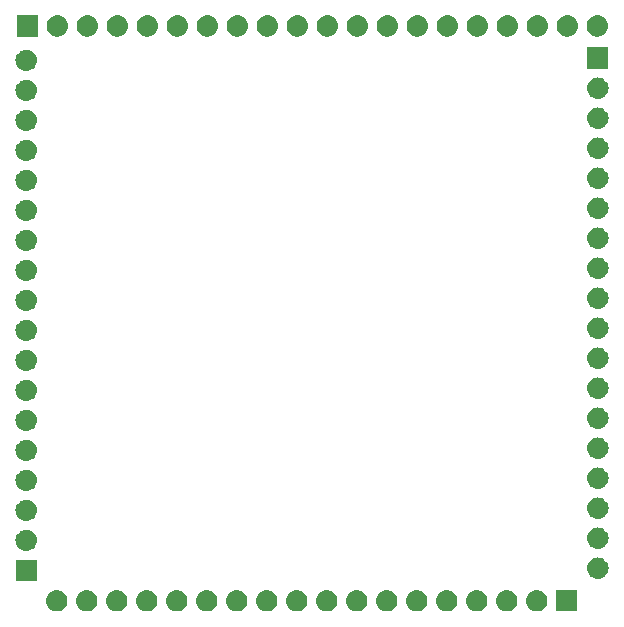
<source format=gbs>
G04 #@! TF.GenerationSoftware,KiCad,Pcbnew,5.0.2-bee76a0~70~ubuntu14.04.1*
G04 #@! TF.CreationDate,2018-12-14T18:36:53-07:00*
G04 #@! TF.ProjectId,breakout,62726561-6b6f-4757-942e-6b696361645f,rev?*
G04 #@! TF.SameCoordinates,Original*
G04 #@! TF.FileFunction,Soldermask,Bot*
G04 #@! TF.FilePolarity,Negative*
%FSLAX46Y46*%
G04 Gerber Fmt 4.6, Leading zero omitted, Abs format (unit mm)*
G04 Created by KiCad (PCBNEW 5.0.2-bee76a0~70~ubuntu14.04.1) date Fri 14 Dec 2018 06:36:53 PM MST*
%MOMM*%
%LPD*%
G01*
G04 APERTURE LIST*
%ADD10C,0.100000*%
G04 APERTURE END LIST*
D10*
G36*
X148400723Y-114073539D02*
X148466907Y-114080057D01*
X148580133Y-114114404D01*
X148636747Y-114131577D01*
X148775367Y-114205672D01*
X148793271Y-114215242D01*
X148829009Y-114244572D01*
X148930466Y-114327834D01*
X149013728Y-114429291D01*
X149043058Y-114465029D01*
X149043059Y-114465031D01*
X149126723Y-114621553D01*
X149126723Y-114621554D01*
X149178243Y-114791393D01*
X149195639Y-114968020D01*
X149178243Y-115144647D01*
X149143896Y-115257873D01*
X149126723Y-115314487D01*
X149052628Y-115453107D01*
X149043058Y-115471011D01*
X149013728Y-115506749D01*
X148930466Y-115608206D01*
X148829009Y-115691468D01*
X148793271Y-115720798D01*
X148793269Y-115720799D01*
X148636747Y-115804463D01*
X148580133Y-115821636D01*
X148466907Y-115855983D01*
X148400723Y-115862501D01*
X148334540Y-115869020D01*
X148246020Y-115869020D01*
X148179837Y-115862501D01*
X148113653Y-115855983D01*
X148000427Y-115821636D01*
X147943813Y-115804463D01*
X147787291Y-115720799D01*
X147787289Y-115720798D01*
X147751551Y-115691468D01*
X147650094Y-115608206D01*
X147566832Y-115506749D01*
X147537502Y-115471011D01*
X147527932Y-115453107D01*
X147453837Y-115314487D01*
X147436664Y-115257873D01*
X147402317Y-115144647D01*
X147384921Y-114968020D01*
X147402317Y-114791393D01*
X147453837Y-114621554D01*
X147453837Y-114621553D01*
X147537501Y-114465031D01*
X147537502Y-114465029D01*
X147566832Y-114429291D01*
X147650094Y-114327834D01*
X147751551Y-114244572D01*
X147787289Y-114215242D01*
X147805193Y-114205672D01*
X147943813Y-114131577D01*
X148000427Y-114114404D01*
X148113653Y-114080057D01*
X148179837Y-114073539D01*
X148246020Y-114067020D01*
X148334540Y-114067020D01*
X148400723Y-114073539D01*
X148400723Y-114073539D01*
G37*
G36*
X125540723Y-114073539D02*
X125606907Y-114080057D01*
X125720133Y-114114404D01*
X125776747Y-114131577D01*
X125915367Y-114205672D01*
X125933271Y-114215242D01*
X125969009Y-114244572D01*
X126070466Y-114327834D01*
X126153728Y-114429291D01*
X126183058Y-114465029D01*
X126183059Y-114465031D01*
X126266723Y-114621553D01*
X126266723Y-114621554D01*
X126318243Y-114791393D01*
X126335639Y-114968020D01*
X126318243Y-115144647D01*
X126283896Y-115257873D01*
X126266723Y-115314487D01*
X126192628Y-115453107D01*
X126183058Y-115471011D01*
X126153728Y-115506749D01*
X126070466Y-115608206D01*
X125969009Y-115691468D01*
X125933271Y-115720798D01*
X125933269Y-115720799D01*
X125776747Y-115804463D01*
X125720133Y-115821636D01*
X125606907Y-115855983D01*
X125540723Y-115862501D01*
X125474540Y-115869020D01*
X125386020Y-115869020D01*
X125319837Y-115862501D01*
X125253653Y-115855983D01*
X125140427Y-115821636D01*
X125083813Y-115804463D01*
X124927291Y-115720799D01*
X124927289Y-115720798D01*
X124891551Y-115691468D01*
X124790094Y-115608206D01*
X124706832Y-115506749D01*
X124677502Y-115471011D01*
X124667932Y-115453107D01*
X124593837Y-115314487D01*
X124576664Y-115257873D01*
X124542317Y-115144647D01*
X124524921Y-114968020D01*
X124542317Y-114791393D01*
X124593837Y-114621554D01*
X124593837Y-114621553D01*
X124677501Y-114465031D01*
X124677502Y-114465029D01*
X124706832Y-114429291D01*
X124790094Y-114327834D01*
X124891551Y-114244572D01*
X124927289Y-114215242D01*
X124945193Y-114205672D01*
X125083813Y-114131577D01*
X125140427Y-114114404D01*
X125253653Y-114080057D01*
X125319837Y-114073539D01*
X125386020Y-114067020D01*
X125474540Y-114067020D01*
X125540723Y-114073539D01*
X125540723Y-114073539D01*
G37*
G36*
X107760723Y-114073539D02*
X107826907Y-114080057D01*
X107940133Y-114114404D01*
X107996747Y-114131577D01*
X108135367Y-114205672D01*
X108153271Y-114215242D01*
X108189009Y-114244572D01*
X108290466Y-114327834D01*
X108373728Y-114429291D01*
X108403058Y-114465029D01*
X108403059Y-114465031D01*
X108486723Y-114621553D01*
X108486723Y-114621554D01*
X108538243Y-114791393D01*
X108555639Y-114968020D01*
X108538243Y-115144647D01*
X108503896Y-115257873D01*
X108486723Y-115314487D01*
X108412628Y-115453107D01*
X108403058Y-115471011D01*
X108373728Y-115506749D01*
X108290466Y-115608206D01*
X108189009Y-115691468D01*
X108153271Y-115720798D01*
X108153269Y-115720799D01*
X107996747Y-115804463D01*
X107940133Y-115821636D01*
X107826907Y-115855983D01*
X107760723Y-115862501D01*
X107694540Y-115869020D01*
X107606020Y-115869020D01*
X107539837Y-115862501D01*
X107473653Y-115855983D01*
X107360427Y-115821636D01*
X107303813Y-115804463D01*
X107147291Y-115720799D01*
X107147289Y-115720798D01*
X107111551Y-115691468D01*
X107010094Y-115608206D01*
X106926832Y-115506749D01*
X106897502Y-115471011D01*
X106887932Y-115453107D01*
X106813837Y-115314487D01*
X106796664Y-115257873D01*
X106762317Y-115144647D01*
X106744921Y-114968020D01*
X106762317Y-114791393D01*
X106813837Y-114621554D01*
X106813837Y-114621553D01*
X106897501Y-114465031D01*
X106897502Y-114465029D01*
X106926832Y-114429291D01*
X107010094Y-114327834D01*
X107111551Y-114244572D01*
X107147289Y-114215242D01*
X107165193Y-114205672D01*
X107303813Y-114131577D01*
X107360427Y-114114404D01*
X107473653Y-114080057D01*
X107539837Y-114073539D01*
X107606020Y-114067020D01*
X107694540Y-114067020D01*
X107760723Y-114073539D01*
X107760723Y-114073539D01*
G37*
G36*
X110300723Y-114073539D02*
X110366907Y-114080057D01*
X110480133Y-114114404D01*
X110536747Y-114131577D01*
X110675367Y-114205672D01*
X110693271Y-114215242D01*
X110729009Y-114244572D01*
X110830466Y-114327834D01*
X110913728Y-114429291D01*
X110943058Y-114465029D01*
X110943059Y-114465031D01*
X111026723Y-114621553D01*
X111026723Y-114621554D01*
X111078243Y-114791393D01*
X111095639Y-114968020D01*
X111078243Y-115144647D01*
X111043896Y-115257873D01*
X111026723Y-115314487D01*
X110952628Y-115453107D01*
X110943058Y-115471011D01*
X110913728Y-115506749D01*
X110830466Y-115608206D01*
X110729009Y-115691468D01*
X110693271Y-115720798D01*
X110693269Y-115720799D01*
X110536747Y-115804463D01*
X110480133Y-115821636D01*
X110366907Y-115855983D01*
X110300723Y-115862501D01*
X110234540Y-115869020D01*
X110146020Y-115869020D01*
X110079837Y-115862501D01*
X110013653Y-115855983D01*
X109900427Y-115821636D01*
X109843813Y-115804463D01*
X109687291Y-115720799D01*
X109687289Y-115720798D01*
X109651551Y-115691468D01*
X109550094Y-115608206D01*
X109466832Y-115506749D01*
X109437502Y-115471011D01*
X109427932Y-115453107D01*
X109353837Y-115314487D01*
X109336664Y-115257873D01*
X109302317Y-115144647D01*
X109284921Y-114968020D01*
X109302317Y-114791393D01*
X109353837Y-114621554D01*
X109353837Y-114621553D01*
X109437501Y-114465031D01*
X109437502Y-114465029D01*
X109466832Y-114429291D01*
X109550094Y-114327834D01*
X109651551Y-114244572D01*
X109687289Y-114215242D01*
X109705193Y-114205672D01*
X109843813Y-114131577D01*
X109900427Y-114114404D01*
X110013653Y-114080057D01*
X110079837Y-114073539D01*
X110146020Y-114067020D01*
X110234540Y-114067020D01*
X110300723Y-114073539D01*
X110300723Y-114073539D01*
G37*
G36*
X112840723Y-114073539D02*
X112906907Y-114080057D01*
X113020133Y-114114404D01*
X113076747Y-114131577D01*
X113215367Y-114205672D01*
X113233271Y-114215242D01*
X113269009Y-114244572D01*
X113370466Y-114327834D01*
X113453728Y-114429291D01*
X113483058Y-114465029D01*
X113483059Y-114465031D01*
X113566723Y-114621553D01*
X113566723Y-114621554D01*
X113618243Y-114791393D01*
X113635639Y-114968020D01*
X113618243Y-115144647D01*
X113583896Y-115257873D01*
X113566723Y-115314487D01*
X113492628Y-115453107D01*
X113483058Y-115471011D01*
X113453728Y-115506749D01*
X113370466Y-115608206D01*
X113269009Y-115691468D01*
X113233271Y-115720798D01*
X113233269Y-115720799D01*
X113076747Y-115804463D01*
X113020133Y-115821636D01*
X112906907Y-115855983D01*
X112840723Y-115862501D01*
X112774540Y-115869020D01*
X112686020Y-115869020D01*
X112619837Y-115862501D01*
X112553653Y-115855983D01*
X112440427Y-115821636D01*
X112383813Y-115804463D01*
X112227291Y-115720799D01*
X112227289Y-115720798D01*
X112191551Y-115691468D01*
X112090094Y-115608206D01*
X112006832Y-115506749D01*
X111977502Y-115471011D01*
X111967932Y-115453107D01*
X111893837Y-115314487D01*
X111876664Y-115257873D01*
X111842317Y-115144647D01*
X111824921Y-114968020D01*
X111842317Y-114791393D01*
X111893837Y-114621554D01*
X111893837Y-114621553D01*
X111977501Y-114465031D01*
X111977502Y-114465029D01*
X112006832Y-114429291D01*
X112090094Y-114327834D01*
X112191551Y-114244572D01*
X112227289Y-114215242D01*
X112245193Y-114205672D01*
X112383813Y-114131577D01*
X112440427Y-114114404D01*
X112553653Y-114080057D01*
X112619837Y-114073539D01*
X112686020Y-114067020D01*
X112774540Y-114067020D01*
X112840723Y-114073539D01*
X112840723Y-114073539D01*
G37*
G36*
X115380723Y-114073539D02*
X115446907Y-114080057D01*
X115560133Y-114114404D01*
X115616747Y-114131577D01*
X115755367Y-114205672D01*
X115773271Y-114215242D01*
X115809009Y-114244572D01*
X115910466Y-114327834D01*
X115993728Y-114429291D01*
X116023058Y-114465029D01*
X116023059Y-114465031D01*
X116106723Y-114621553D01*
X116106723Y-114621554D01*
X116158243Y-114791393D01*
X116175639Y-114968020D01*
X116158243Y-115144647D01*
X116123896Y-115257873D01*
X116106723Y-115314487D01*
X116032628Y-115453107D01*
X116023058Y-115471011D01*
X115993728Y-115506749D01*
X115910466Y-115608206D01*
X115809009Y-115691468D01*
X115773271Y-115720798D01*
X115773269Y-115720799D01*
X115616747Y-115804463D01*
X115560133Y-115821636D01*
X115446907Y-115855983D01*
X115380723Y-115862501D01*
X115314540Y-115869020D01*
X115226020Y-115869020D01*
X115159837Y-115862501D01*
X115093653Y-115855983D01*
X114980427Y-115821636D01*
X114923813Y-115804463D01*
X114767291Y-115720799D01*
X114767289Y-115720798D01*
X114731551Y-115691468D01*
X114630094Y-115608206D01*
X114546832Y-115506749D01*
X114517502Y-115471011D01*
X114507932Y-115453107D01*
X114433837Y-115314487D01*
X114416664Y-115257873D01*
X114382317Y-115144647D01*
X114364921Y-114968020D01*
X114382317Y-114791393D01*
X114433837Y-114621554D01*
X114433837Y-114621553D01*
X114517501Y-114465031D01*
X114517502Y-114465029D01*
X114546832Y-114429291D01*
X114630094Y-114327834D01*
X114731551Y-114244572D01*
X114767289Y-114215242D01*
X114785193Y-114205672D01*
X114923813Y-114131577D01*
X114980427Y-114114404D01*
X115093653Y-114080057D01*
X115159837Y-114073539D01*
X115226020Y-114067020D01*
X115314540Y-114067020D01*
X115380723Y-114073539D01*
X115380723Y-114073539D01*
G37*
G36*
X117920723Y-114073539D02*
X117986907Y-114080057D01*
X118100133Y-114114404D01*
X118156747Y-114131577D01*
X118295367Y-114205672D01*
X118313271Y-114215242D01*
X118349009Y-114244572D01*
X118450466Y-114327834D01*
X118533728Y-114429291D01*
X118563058Y-114465029D01*
X118563059Y-114465031D01*
X118646723Y-114621553D01*
X118646723Y-114621554D01*
X118698243Y-114791393D01*
X118715639Y-114968020D01*
X118698243Y-115144647D01*
X118663896Y-115257873D01*
X118646723Y-115314487D01*
X118572628Y-115453107D01*
X118563058Y-115471011D01*
X118533728Y-115506749D01*
X118450466Y-115608206D01*
X118349009Y-115691468D01*
X118313271Y-115720798D01*
X118313269Y-115720799D01*
X118156747Y-115804463D01*
X118100133Y-115821636D01*
X117986907Y-115855983D01*
X117920723Y-115862501D01*
X117854540Y-115869020D01*
X117766020Y-115869020D01*
X117699837Y-115862501D01*
X117633653Y-115855983D01*
X117520427Y-115821636D01*
X117463813Y-115804463D01*
X117307291Y-115720799D01*
X117307289Y-115720798D01*
X117271551Y-115691468D01*
X117170094Y-115608206D01*
X117086832Y-115506749D01*
X117057502Y-115471011D01*
X117047932Y-115453107D01*
X116973837Y-115314487D01*
X116956664Y-115257873D01*
X116922317Y-115144647D01*
X116904921Y-114968020D01*
X116922317Y-114791393D01*
X116973837Y-114621554D01*
X116973837Y-114621553D01*
X117057501Y-114465031D01*
X117057502Y-114465029D01*
X117086832Y-114429291D01*
X117170094Y-114327834D01*
X117271551Y-114244572D01*
X117307289Y-114215242D01*
X117325193Y-114205672D01*
X117463813Y-114131577D01*
X117520427Y-114114404D01*
X117633653Y-114080057D01*
X117699837Y-114073539D01*
X117766020Y-114067020D01*
X117854540Y-114067020D01*
X117920723Y-114073539D01*
X117920723Y-114073539D01*
G37*
G36*
X120460723Y-114073539D02*
X120526907Y-114080057D01*
X120640133Y-114114404D01*
X120696747Y-114131577D01*
X120835367Y-114205672D01*
X120853271Y-114215242D01*
X120889009Y-114244572D01*
X120990466Y-114327834D01*
X121073728Y-114429291D01*
X121103058Y-114465029D01*
X121103059Y-114465031D01*
X121186723Y-114621553D01*
X121186723Y-114621554D01*
X121238243Y-114791393D01*
X121255639Y-114968020D01*
X121238243Y-115144647D01*
X121203896Y-115257873D01*
X121186723Y-115314487D01*
X121112628Y-115453107D01*
X121103058Y-115471011D01*
X121073728Y-115506749D01*
X120990466Y-115608206D01*
X120889009Y-115691468D01*
X120853271Y-115720798D01*
X120853269Y-115720799D01*
X120696747Y-115804463D01*
X120640133Y-115821636D01*
X120526907Y-115855983D01*
X120460723Y-115862501D01*
X120394540Y-115869020D01*
X120306020Y-115869020D01*
X120239837Y-115862501D01*
X120173653Y-115855983D01*
X120060427Y-115821636D01*
X120003813Y-115804463D01*
X119847291Y-115720799D01*
X119847289Y-115720798D01*
X119811551Y-115691468D01*
X119710094Y-115608206D01*
X119626832Y-115506749D01*
X119597502Y-115471011D01*
X119587932Y-115453107D01*
X119513837Y-115314487D01*
X119496664Y-115257873D01*
X119462317Y-115144647D01*
X119444921Y-114968020D01*
X119462317Y-114791393D01*
X119513837Y-114621554D01*
X119513837Y-114621553D01*
X119597501Y-114465031D01*
X119597502Y-114465029D01*
X119626832Y-114429291D01*
X119710094Y-114327834D01*
X119811551Y-114244572D01*
X119847289Y-114215242D01*
X119865193Y-114205672D01*
X120003813Y-114131577D01*
X120060427Y-114114404D01*
X120173653Y-114080057D01*
X120239837Y-114073539D01*
X120306020Y-114067020D01*
X120394540Y-114067020D01*
X120460723Y-114073539D01*
X120460723Y-114073539D01*
G37*
G36*
X123000723Y-114073539D02*
X123066907Y-114080057D01*
X123180133Y-114114404D01*
X123236747Y-114131577D01*
X123375367Y-114205672D01*
X123393271Y-114215242D01*
X123429009Y-114244572D01*
X123530466Y-114327834D01*
X123613728Y-114429291D01*
X123643058Y-114465029D01*
X123643059Y-114465031D01*
X123726723Y-114621553D01*
X123726723Y-114621554D01*
X123778243Y-114791393D01*
X123795639Y-114968020D01*
X123778243Y-115144647D01*
X123743896Y-115257873D01*
X123726723Y-115314487D01*
X123652628Y-115453107D01*
X123643058Y-115471011D01*
X123613728Y-115506749D01*
X123530466Y-115608206D01*
X123429009Y-115691468D01*
X123393271Y-115720798D01*
X123393269Y-115720799D01*
X123236747Y-115804463D01*
X123180133Y-115821636D01*
X123066907Y-115855983D01*
X123000723Y-115862501D01*
X122934540Y-115869020D01*
X122846020Y-115869020D01*
X122779837Y-115862501D01*
X122713653Y-115855983D01*
X122600427Y-115821636D01*
X122543813Y-115804463D01*
X122387291Y-115720799D01*
X122387289Y-115720798D01*
X122351551Y-115691468D01*
X122250094Y-115608206D01*
X122166832Y-115506749D01*
X122137502Y-115471011D01*
X122127932Y-115453107D01*
X122053837Y-115314487D01*
X122036664Y-115257873D01*
X122002317Y-115144647D01*
X121984921Y-114968020D01*
X122002317Y-114791393D01*
X122053837Y-114621554D01*
X122053837Y-114621553D01*
X122137501Y-114465031D01*
X122137502Y-114465029D01*
X122166832Y-114429291D01*
X122250094Y-114327834D01*
X122351551Y-114244572D01*
X122387289Y-114215242D01*
X122405193Y-114205672D01*
X122543813Y-114131577D01*
X122600427Y-114114404D01*
X122713653Y-114080057D01*
X122779837Y-114073539D01*
X122846020Y-114067020D01*
X122934540Y-114067020D01*
X123000723Y-114073539D01*
X123000723Y-114073539D01*
G37*
G36*
X151731280Y-115869020D02*
X149929280Y-115869020D01*
X149929280Y-114067020D01*
X151731280Y-114067020D01*
X151731280Y-115869020D01*
X151731280Y-115869020D01*
G37*
G36*
X130620723Y-114073539D02*
X130686907Y-114080057D01*
X130800133Y-114114404D01*
X130856747Y-114131577D01*
X130995367Y-114205672D01*
X131013271Y-114215242D01*
X131049009Y-114244572D01*
X131150466Y-114327834D01*
X131233728Y-114429291D01*
X131263058Y-114465029D01*
X131263059Y-114465031D01*
X131346723Y-114621553D01*
X131346723Y-114621554D01*
X131398243Y-114791393D01*
X131415639Y-114968020D01*
X131398243Y-115144647D01*
X131363896Y-115257873D01*
X131346723Y-115314487D01*
X131272628Y-115453107D01*
X131263058Y-115471011D01*
X131233728Y-115506749D01*
X131150466Y-115608206D01*
X131049009Y-115691468D01*
X131013271Y-115720798D01*
X131013269Y-115720799D01*
X130856747Y-115804463D01*
X130800133Y-115821636D01*
X130686907Y-115855983D01*
X130620723Y-115862501D01*
X130554540Y-115869020D01*
X130466020Y-115869020D01*
X130399837Y-115862501D01*
X130333653Y-115855983D01*
X130220427Y-115821636D01*
X130163813Y-115804463D01*
X130007291Y-115720799D01*
X130007289Y-115720798D01*
X129971551Y-115691468D01*
X129870094Y-115608206D01*
X129786832Y-115506749D01*
X129757502Y-115471011D01*
X129747932Y-115453107D01*
X129673837Y-115314487D01*
X129656664Y-115257873D01*
X129622317Y-115144647D01*
X129604921Y-114968020D01*
X129622317Y-114791393D01*
X129673837Y-114621554D01*
X129673837Y-114621553D01*
X129757501Y-114465031D01*
X129757502Y-114465029D01*
X129786832Y-114429291D01*
X129870094Y-114327834D01*
X129971551Y-114244572D01*
X130007289Y-114215242D01*
X130025193Y-114205672D01*
X130163813Y-114131577D01*
X130220427Y-114114404D01*
X130333653Y-114080057D01*
X130399837Y-114073539D01*
X130466020Y-114067020D01*
X130554540Y-114067020D01*
X130620723Y-114073539D01*
X130620723Y-114073539D01*
G37*
G36*
X133160723Y-114073539D02*
X133226907Y-114080057D01*
X133340133Y-114114404D01*
X133396747Y-114131577D01*
X133535367Y-114205672D01*
X133553271Y-114215242D01*
X133589009Y-114244572D01*
X133690466Y-114327834D01*
X133773728Y-114429291D01*
X133803058Y-114465029D01*
X133803059Y-114465031D01*
X133886723Y-114621553D01*
X133886723Y-114621554D01*
X133938243Y-114791393D01*
X133955639Y-114968020D01*
X133938243Y-115144647D01*
X133903896Y-115257873D01*
X133886723Y-115314487D01*
X133812628Y-115453107D01*
X133803058Y-115471011D01*
X133773728Y-115506749D01*
X133690466Y-115608206D01*
X133589009Y-115691468D01*
X133553271Y-115720798D01*
X133553269Y-115720799D01*
X133396747Y-115804463D01*
X133340133Y-115821636D01*
X133226907Y-115855983D01*
X133160723Y-115862501D01*
X133094540Y-115869020D01*
X133006020Y-115869020D01*
X132939837Y-115862501D01*
X132873653Y-115855983D01*
X132760427Y-115821636D01*
X132703813Y-115804463D01*
X132547291Y-115720799D01*
X132547289Y-115720798D01*
X132511551Y-115691468D01*
X132410094Y-115608206D01*
X132326832Y-115506749D01*
X132297502Y-115471011D01*
X132287932Y-115453107D01*
X132213837Y-115314487D01*
X132196664Y-115257873D01*
X132162317Y-115144647D01*
X132144921Y-114968020D01*
X132162317Y-114791393D01*
X132213837Y-114621554D01*
X132213837Y-114621553D01*
X132297501Y-114465031D01*
X132297502Y-114465029D01*
X132326832Y-114429291D01*
X132410094Y-114327834D01*
X132511551Y-114244572D01*
X132547289Y-114215242D01*
X132565193Y-114205672D01*
X132703813Y-114131577D01*
X132760427Y-114114404D01*
X132873653Y-114080057D01*
X132939837Y-114073539D01*
X133006020Y-114067020D01*
X133094540Y-114067020D01*
X133160723Y-114073539D01*
X133160723Y-114073539D01*
G37*
G36*
X135700723Y-114073539D02*
X135766907Y-114080057D01*
X135880133Y-114114404D01*
X135936747Y-114131577D01*
X136075367Y-114205672D01*
X136093271Y-114215242D01*
X136129009Y-114244572D01*
X136230466Y-114327834D01*
X136313728Y-114429291D01*
X136343058Y-114465029D01*
X136343059Y-114465031D01*
X136426723Y-114621553D01*
X136426723Y-114621554D01*
X136478243Y-114791393D01*
X136495639Y-114968020D01*
X136478243Y-115144647D01*
X136443896Y-115257873D01*
X136426723Y-115314487D01*
X136352628Y-115453107D01*
X136343058Y-115471011D01*
X136313728Y-115506749D01*
X136230466Y-115608206D01*
X136129009Y-115691468D01*
X136093271Y-115720798D01*
X136093269Y-115720799D01*
X135936747Y-115804463D01*
X135880133Y-115821636D01*
X135766907Y-115855983D01*
X135700723Y-115862501D01*
X135634540Y-115869020D01*
X135546020Y-115869020D01*
X135479837Y-115862501D01*
X135413653Y-115855983D01*
X135300427Y-115821636D01*
X135243813Y-115804463D01*
X135087291Y-115720799D01*
X135087289Y-115720798D01*
X135051551Y-115691468D01*
X134950094Y-115608206D01*
X134866832Y-115506749D01*
X134837502Y-115471011D01*
X134827932Y-115453107D01*
X134753837Y-115314487D01*
X134736664Y-115257873D01*
X134702317Y-115144647D01*
X134684921Y-114968020D01*
X134702317Y-114791393D01*
X134753837Y-114621554D01*
X134753837Y-114621553D01*
X134837501Y-114465031D01*
X134837502Y-114465029D01*
X134866832Y-114429291D01*
X134950094Y-114327834D01*
X135051551Y-114244572D01*
X135087289Y-114215242D01*
X135105193Y-114205672D01*
X135243813Y-114131577D01*
X135300427Y-114114404D01*
X135413653Y-114080057D01*
X135479837Y-114073539D01*
X135546020Y-114067020D01*
X135634540Y-114067020D01*
X135700723Y-114073539D01*
X135700723Y-114073539D01*
G37*
G36*
X138240723Y-114073539D02*
X138306907Y-114080057D01*
X138420133Y-114114404D01*
X138476747Y-114131577D01*
X138615367Y-114205672D01*
X138633271Y-114215242D01*
X138669009Y-114244572D01*
X138770466Y-114327834D01*
X138853728Y-114429291D01*
X138883058Y-114465029D01*
X138883059Y-114465031D01*
X138966723Y-114621553D01*
X138966723Y-114621554D01*
X139018243Y-114791393D01*
X139035639Y-114968020D01*
X139018243Y-115144647D01*
X138983896Y-115257873D01*
X138966723Y-115314487D01*
X138892628Y-115453107D01*
X138883058Y-115471011D01*
X138853728Y-115506749D01*
X138770466Y-115608206D01*
X138669009Y-115691468D01*
X138633271Y-115720798D01*
X138633269Y-115720799D01*
X138476747Y-115804463D01*
X138420133Y-115821636D01*
X138306907Y-115855983D01*
X138240723Y-115862501D01*
X138174540Y-115869020D01*
X138086020Y-115869020D01*
X138019837Y-115862501D01*
X137953653Y-115855983D01*
X137840427Y-115821636D01*
X137783813Y-115804463D01*
X137627291Y-115720799D01*
X137627289Y-115720798D01*
X137591551Y-115691468D01*
X137490094Y-115608206D01*
X137406832Y-115506749D01*
X137377502Y-115471011D01*
X137367932Y-115453107D01*
X137293837Y-115314487D01*
X137276664Y-115257873D01*
X137242317Y-115144647D01*
X137224921Y-114968020D01*
X137242317Y-114791393D01*
X137293837Y-114621554D01*
X137293837Y-114621553D01*
X137377501Y-114465031D01*
X137377502Y-114465029D01*
X137406832Y-114429291D01*
X137490094Y-114327834D01*
X137591551Y-114244572D01*
X137627289Y-114215242D01*
X137645193Y-114205672D01*
X137783813Y-114131577D01*
X137840427Y-114114404D01*
X137953653Y-114080057D01*
X138019837Y-114073539D01*
X138086020Y-114067020D01*
X138174540Y-114067020D01*
X138240723Y-114073539D01*
X138240723Y-114073539D01*
G37*
G36*
X140780723Y-114073539D02*
X140846907Y-114080057D01*
X140960133Y-114114404D01*
X141016747Y-114131577D01*
X141155367Y-114205672D01*
X141173271Y-114215242D01*
X141209009Y-114244572D01*
X141310466Y-114327834D01*
X141393728Y-114429291D01*
X141423058Y-114465029D01*
X141423059Y-114465031D01*
X141506723Y-114621553D01*
X141506723Y-114621554D01*
X141558243Y-114791393D01*
X141575639Y-114968020D01*
X141558243Y-115144647D01*
X141523896Y-115257873D01*
X141506723Y-115314487D01*
X141432628Y-115453107D01*
X141423058Y-115471011D01*
X141393728Y-115506749D01*
X141310466Y-115608206D01*
X141209009Y-115691468D01*
X141173271Y-115720798D01*
X141173269Y-115720799D01*
X141016747Y-115804463D01*
X140960133Y-115821636D01*
X140846907Y-115855983D01*
X140780723Y-115862501D01*
X140714540Y-115869020D01*
X140626020Y-115869020D01*
X140559837Y-115862501D01*
X140493653Y-115855983D01*
X140380427Y-115821636D01*
X140323813Y-115804463D01*
X140167291Y-115720799D01*
X140167289Y-115720798D01*
X140131551Y-115691468D01*
X140030094Y-115608206D01*
X139946832Y-115506749D01*
X139917502Y-115471011D01*
X139907932Y-115453107D01*
X139833837Y-115314487D01*
X139816664Y-115257873D01*
X139782317Y-115144647D01*
X139764921Y-114968020D01*
X139782317Y-114791393D01*
X139833837Y-114621554D01*
X139833837Y-114621553D01*
X139917501Y-114465031D01*
X139917502Y-114465029D01*
X139946832Y-114429291D01*
X140030094Y-114327834D01*
X140131551Y-114244572D01*
X140167289Y-114215242D01*
X140185193Y-114205672D01*
X140323813Y-114131577D01*
X140380427Y-114114404D01*
X140493653Y-114080057D01*
X140559837Y-114073539D01*
X140626020Y-114067020D01*
X140714540Y-114067020D01*
X140780723Y-114073539D01*
X140780723Y-114073539D01*
G37*
G36*
X143320723Y-114073539D02*
X143386907Y-114080057D01*
X143500133Y-114114404D01*
X143556747Y-114131577D01*
X143695367Y-114205672D01*
X143713271Y-114215242D01*
X143749009Y-114244572D01*
X143850466Y-114327834D01*
X143933728Y-114429291D01*
X143963058Y-114465029D01*
X143963059Y-114465031D01*
X144046723Y-114621553D01*
X144046723Y-114621554D01*
X144098243Y-114791393D01*
X144115639Y-114968020D01*
X144098243Y-115144647D01*
X144063896Y-115257873D01*
X144046723Y-115314487D01*
X143972628Y-115453107D01*
X143963058Y-115471011D01*
X143933728Y-115506749D01*
X143850466Y-115608206D01*
X143749009Y-115691468D01*
X143713271Y-115720798D01*
X143713269Y-115720799D01*
X143556747Y-115804463D01*
X143500133Y-115821636D01*
X143386907Y-115855983D01*
X143320723Y-115862501D01*
X143254540Y-115869020D01*
X143166020Y-115869020D01*
X143099837Y-115862501D01*
X143033653Y-115855983D01*
X142920427Y-115821636D01*
X142863813Y-115804463D01*
X142707291Y-115720799D01*
X142707289Y-115720798D01*
X142671551Y-115691468D01*
X142570094Y-115608206D01*
X142486832Y-115506749D01*
X142457502Y-115471011D01*
X142447932Y-115453107D01*
X142373837Y-115314487D01*
X142356664Y-115257873D01*
X142322317Y-115144647D01*
X142304921Y-114968020D01*
X142322317Y-114791393D01*
X142373837Y-114621554D01*
X142373837Y-114621553D01*
X142457501Y-114465031D01*
X142457502Y-114465029D01*
X142486832Y-114429291D01*
X142570094Y-114327834D01*
X142671551Y-114244572D01*
X142707289Y-114215242D01*
X142725193Y-114205672D01*
X142863813Y-114131577D01*
X142920427Y-114114404D01*
X143033653Y-114080057D01*
X143099837Y-114073539D01*
X143166020Y-114067020D01*
X143254540Y-114067020D01*
X143320723Y-114073539D01*
X143320723Y-114073539D01*
G37*
G36*
X145860723Y-114073539D02*
X145926907Y-114080057D01*
X146040133Y-114114404D01*
X146096747Y-114131577D01*
X146235367Y-114205672D01*
X146253271Y-114215242D01*
X146289009Y-114244572D01*
X146390466Y-114327834D01*
X146473728Y-114429291D01*
X146503058Y-114465029D01*
X146503059Y-114465031D01*
X146586723Y-114621553D01*
X146586723Y-114621554D01*
X146638243Y-114791393D01*
X146655639Y-114968020D01*
X146638243Y-115144647D01*
X146603896Y-115257873D01*
X146586723Y-115314487D01*
X146512628Y-115453107D01*
X146503058Y-115471011D01*
X146473728Y-115506749D01*
X146390466Y-115608206D01*
X146289009Y-115691468D01*
X146253271Y-115720798D01*
X146253269Y-115720799D01*
X146096747Y-115804463D01*
X146040133Y-115821636D01*
X145926907Y-115855983D01*
X145860723Y-115862501D01*
X145794540Y-115869020D01*
X145706020Y-115869020D01*
X145639837Y-115862501D01*
X145573653Y-115855983D01*
X145460427Y-115821636D01*
X145403813Y-115804463D01*
X145247291Y-115720799D01*
X145247289Y-115720798D01*
X145211551Y-115691468D01*
X145110094Y-115608206D01*
X145026832Y-115506749D01*
X144997502Y-115471011D01*
X144987932Y-115453107D01*
X144913837Y-115314487D01*
X144896664Y-115257873D01*
X144862317Y-115144647D01*
X144844921Y-114968020D01*
X144862317Y-114791393D01*
X144913837Y-114621554D01*
X144913837Y-114621553D01*
X144997501Y-114465031D01*
X144997502Y-114465029D01*
X145026832Y-114429291D01*
X145110094Y-114327834D01*
X145211551Y-114244572D01*
X145247289Y-114215242D01*
X145265193Y-114205672D01*
X145403813Y-114131577D01*
X145460427Y-114114404D01*
X145573653Y-114080057D01*
X145639837Y-114073539D01*
X145706020Y-114067020D01*
X145794540Y-114067020D01*
X145860723Y-114073539D01*
X145860723Y-114073539D01*
G37*
G36*
X128080723Y-114073539D02*
X128146907Y-114080057D01*
X128260133Y-114114404D01*
X128316747Y-114131577D01*
X128455367Y-114205672D01*
X128473271Y-114215242D01*
X128509009Y-114244572D01*
X128610466Y-114327834D01*
X128693728Y-114429291D01*
X128723058Y-114465029D01*
X128723059Y-114465031D01*
X128806723Y-114621553D01*
X128806723Y-114621554D01*
X128858243Y-114791393D01*
X128875639Y-114968020D01*
X128858243Y-115144647D01*
X128823896Y-115257873D01*
X128806723Y-115314487D01*
X128732628Y-115453107D01*
X128723058Y-115471011D01*
X128693728Y-115506749D01*
X128610466Y-115608206D01*
X128509009Y-115691468D01*
X128473271Y-115720798D01*
X128473269Y-115720799D01*
X128316747Y-115804463D01*
X128260133Y-115821636D01*
X128146907Y-115855983D01*
X128080723Y-115862501D01*
X128014540Y-115869020D01*
X127926020Y-115869020D01*
X127859837Y-115862501D01*
X127793653Y-115855983D01*
X127680427Y-115821636D01*
X127623813Y-115804463D01*
X127467291Y-115720799D01*
X127467289Y-115720798D01*
X127431551Y-115691468D01*
X127330094Y-115608206D01*
X127246832Y-115506749D01*
X127217502Y-115471011D01*
X127207932Y-115453107D01*
X127133837Y-115314487D01*
X127116664Y-115257873D01*
X127082317Y-115144647D01*
X127064921Y-114968020D01*
X127082317Y-114791393D01*
X127133837Y-114621554D01*
X127133837Y-114621553D01*
X127217501Y-114465031D01*
X127217502Y-114465029D01*
X127246832Y-114429291D01*
X127330094Y-114327834D01*
X127431551Y-114244572D01*
X127467289Y-114215242D01*
X127485193Y-114205672D01*
X127623813Y-114131577D01*
X127680427Y-114114404D01*
X127793653Y-114080057D01*
X127859837Y-114073539D01*
X127926020Y-114067020D01*
X128014540Y-114067020D01*
X128080723Y-114073539D01*
X128080723Y-114073539D01*
G37*
G36*
X105957940Y-113293460D02*
X104155940Y-113293460D01*
X104155940Y-111491460D01*
X105957940Y-111491460D01*
X105957940Y-113293460D01*
X105957940Y-113293460D01*
G37*
G36*
X153569622Y-111299858D02*
X153635807Y-111306377D01*
X153749033Y-111340724D01*
X153805647Y-111357897D01*
X153944267Y-111431992D01*
X153962171Y-111441562D01*
X153997909Y-111470892D01*
X154099366Y-111554154D01*
X154182628Y-111655611D01*
X154211958Y-111691349D01*
X154211959Y-111691351D01*
X154295623Y-111847873D01*
X154295623Y-111847874D01*
X154347143Y-112017713D01*
X154364539Y-112194340D01*
X154347143Y-112370967D01*
X154312796Y-112484193D01*
X154295623Y-112540807D01*
X154221528Y-112679427D01*
X154211958Y-112697331D01*
X154182628Y-112733069D01*
X154099366Y-112834526D01*
X153997909Y-112917788D01*
X153962171Y-112947118D01*
X153962169Y-112947119D01*
X153805647Y-113030783D01*
X153749033Y-113047956D01*
X153635807Y-113082303D01*
X153569623Y-113088821D01*
X153503440Y-113095340D01*
X153414920Y-113095340D01*
X153348737Y-113088821D01*
X153282553Y-113082303D01*
X153169327Y-113047956D01*
X153112713Y-113030783D01*
X152956191Y-112947119D01*
X152956189Y-112947118D01*
X152920451Y-112917788D01*
X152818994Y-112834526D01*
X152735732Y-112733069D01*
X152706402Y-112697331D01*
X152696832Y-112679427D01*
X152622737Y-112540807D01*
X152605564Y-112484193D01*
X152571217Y-112370967D01*
X152553821Y-112194340D01*
X152571217Y-112017713D01*
X152622737Y-111847874D01*
X152622737Y-111847873D01*
X152706401Y-111691351D01*
X152706402Y-111691349D01*
X152735732Y-111655611D01*
X152818994Y-111554154D01*
X152920451Y-111470892D01*
X152956189Y-111441562D01*
X152974093Y-111431992D01*
X153112713Y-111357897D01*
X153169327Y-111340724D01*
X153282553Y-111306377D01*
X153348738Y-111299858D01*
X153414920Y-111293340D01*
X153503440Y-111293340D01*
X153569622Y-111299858D01*
X153569622Y-111299858D01*
G37*
G36*
X105167383Y-108957979D02*
X105233567Y-108964497D01*
X105346793Y-108998844D01*
X105403407Y-109016017D01*
X105542027Y-109090112D01*
X105559931Y-109099682D01*
X105595669Y-109129012D01*
X105697126Y-109212274D01*
X105775581Y-109307873D01*
X105809718Y-109349469D01*
X105809719Y-109349471D01*
X105893383Y-109505993D01*
X105893383Y-109505994D01*
X105944903Y-109675833D01*
X105962299Y-109852460D01*
X105944903Y-110029087D01*
X105910556Y-110142313D01*
X105893383Y-110198927D01*
X105819288Y-110337547D01*
X105809718Y-110355451D01*
X105780388Y-110391189D01*
X105697126Y-110492646D01*
X105595669Y-110575908D01*
X105559931Y-110605238D01*
X105559929Y-110605239D01*
X105403407Y-110688903D01*
X105346793Y-110706076D01*
X105233567Y-110740423D01*
X105167382Y-110746942D01*
X105101200Y-110753460D01*
X105012680Y-110753460D01*
X104946498Y-110746942D01*
X104880313Y-110740423D01*
X104767087Y-110706076D01*
X104710473Y-110688903D01*
X104553951Y-110605239D01*
X104553949Y-110605238D01*
X104518211Y-110575908D01*
X104416754Y-110492646D01*
X104333492Y-110391189D01*
X104304162Y-110355451D01*
X104294592Y-110337547D01*
X104220497Y-110198927D01*
X104203324Y-110142313D01*
X104168977Y-110029087D01*
X104151581Y-109852460D01*
X104168977Y-109675833D01*
X104220497Y-109505994D01*
X104220497Y-109505993D01*
X104304161Y-109349471D01*
X104304162Y-109349469D01*
X104338299Y-109307873D01*
X104416754Y-109212274D01*
X104518211Y-109129012D01*
X104553949Y-109099682D01*
X104571853Y-109090112D01*
X104710473Y-109016017D01*
X104767087Y-108998844D01*
X104880313Y-108964497D01*
X104946497Y-108957979D01*
X105012680Y-108951460D01*
X105101200Y-108951460D01*
X105167383Y-108957979D01*
X105167383Y-108957979D01*
G37*
G36*
X153569623Y-108759859D02*
X153635807Y-108766377D01*
X153749033Y-108800724D01*
X153805647Y-108817897D01*
X153944267Y-108891992D01*
X153962171Y-108901562D01*
X153997909Y-108930892D01*
X154099366Y-109014154D01*
X154169555Y-109099681D01*
X154211958Y-109151349D01*
X154211959Y-109151351D01*
X154295623Y-109307873D01*
X154295623Y-109307874D01*
X154347143Y-109477713D01*
X154364539Y-109654340D01*
X154347143Y-109830967D01*
X154340623Y-109852460D01*
X154295623Y-110000807D01*
X154221528Y-110139427D01*
X154211958Y-110157331D01*
X154182628Y-110193069D01*
X154099366Y-110294526D01*
X153997909Y-110377788D01*
X153962171Y-110407118D01*
X153962169Y-110407119D01*
X153805647Y-110490783D01*
X153799505Y-110492646D01*
X153635807Y-110542303D01*
X153569623Y-110548821D01*
X153503440Y-110555340D01*
X153414920Y-110555340D01*
X153348737Y-110548821D01*
X153282553Y-110542303D01*
X153118855Y-110492646D01*
X153112713Y-110490783D01*
X152956191Y-110407119D01*
X152956189Y-110407118D01*
X152920451Y-110377788D01*
X152818994Y-110294526D01*
X152735732Y-110193069D01*
X152706402Y-110157331D01*
X152696832Y-110139427D01*
X152622737Y-110000807D01*
X152577737Y-109852460D01*
X152571217Y-109830967D01*
X152553821Y-109654340D01*
X152571217Y-109477713D01*
X152622737Y-109307874D01*
X152622737Y-109307873D01*
X152706401Y-109151351D01*
X152706402Y-109151349D01*
X152748805Y-109099681D01*
X152818994Y-109014154D01*
X152920451Y-108930892D01*
X152956189Y-108901562D01*
X152974093Y-108891992D01*
X153112713Y-108817897D01*
X153169327Y-108800724D01*
X153282553Y-108766377D01*
X153348737Y-108759859D01*
X153414920Y-108753340D01*
X153503440Y-108753340D01*
X153569623Y-108759859D01*
X153569623Y-108759859D01*
G37*
G36*
X105167383Y-106417979D02*
X105233567Y-106424497D01*
X105346793Y-106458844D01*
X105403407Y-106476017D01*
X105542027Y-106550112D01*
X105559931Y-106559682D01*
X105595669Y-106589012D01*
X105697126Y-106672274D01*
X105775581Y-106767873D01*
X105809718Y-106809469D01*
X105809719Y-106809471D01*
X105893383Y-106965993D01*
X105893383Y-106965994D01*
X105944903Y-107135833D01*
X105962299Y-107312460D01*
X105944903Y-107489087D01*
X105910556Y-107602313D01*
X105893383Y-107658927D01*
X105819288Y-107797547D01*
X105809718Y-107815451D01*
X105780388Y-107851189D01*
X105697126Y-107952646D01*
X105595669Y-108035908D01*
X105559931Y-108065238D01*
X105559929Y-108065239D01*
X105403407Y-108148903D01*
X105346793Y-108166076D01*
X105233567Y-108200423D01*
X105167383Y-108206941D01*
X105101200Y-108213460D01*
X105012680Y-108213460D01*
X104946497Y-108206941D01*
X104880313Y-108200423D01*
X104767087Y-108166076D01*
X104710473Y-108148903D01*
X104553951Y-108065239D01*
X104553949Y-108065238D01*
X104518211Y-108035908D01*
X104416754Y-107952646D01*
X104333492Y-107851189D01*
X104304162Y-107815451D01*
X104294592Y-107797547D01*
X104220497Y-107658927D01*
X104203324Y-107602313D01*
X104168977Y-107489087D01*
X104151581Y-107312460D01*
X104168977Y-107135833D01*
X104220497Y-106965994D01*
X104220497Y-106965993D01*
X104304161Y-106809471D01*
X104304162Y-106809469D01*
X104338299Y-106767873D01*
X104416754Y-106672274D01*
X104518211Y-106589012D01*
X104553949Y-106559682D01*
X104571853Y-106550112D01*
X104710473Y-106476017D01*
X104767087Y-106458844D01*
X104880313Y-106424497D01*
X104946497Y-106417979D01*
X105012680Y-106411460D01*
X105101200Y-106411460D01*
X105167383Y-106417979D01*
X105167383Y-106417979D01*
G37*
G36*
X153569623Y-106219859D02*
X153635807Y-106226377D01*
X153749033Y-106260724D01*
X153805647Y-106277897D01*
X153944267Y-106351992D01*
X153962171Y-106361562D01*
X153997909Y-106390892D01*
X154099366Y-106474154D01*
X154169555Y-106559681D01*
X154211958Y-106611349D01*
X154211959Y-106611351D01*
X154295623Y-106767873D01*
X154295623Y-106767874D01*
X154347143Y-106937713D01*
X154364539Y-107114340D01*
X154347143Y-107290967D01*
X154340623Y-107312460D01*
X154295623Y-107460807D01*
X154221528Y-107599427D01*
X154211958Y-107617331D01*
X154182628Y-107653069D01*
X154099366Y-107754526D01*
X153997909Y-107837788D01*
X153962171Y-107867118D01*
X153962169Y-107867119D01*
X153805647Y-107950783D01*
X153799505Y-107952646D01*
X153635807Y-108002303D01*
X153569622Y-108008822D01*
X153503440Y-108015340D01*
X153414920Y-108015340D01*
X153348738Y-108008822D01*
X153282553Y-108002303D01*
X153118855Y-107952646D01*
X153112713Y-107950783D01*
X152956191Y-107867119D01*
X152956189Y-107867118D01*
X152920451Y-107837788D01*
X152818994Y-107754526D01*
X152735732Y-107653069D01*
X152706402Y-107617331D01*
X152696832Y-107599427D01*
X152622737Y-107460807D01*
X152577737Y-107312460D01*
X152571217Y-107290967D01*
X152553821Y-107114340D01*
X152571217Y-106937713D01*
X152622737Y-106767874D01*
X152622737Y-106767873D01*
X152706401Y-106611351D01*
X152706402Y-106611349D01*
X152748805Y-106559681D01*
X152818994Y-106474154D01*
X152920451Y-106390892D01*
X152956189Y-106361562D01*
X152974093Y-106351992D01*
X153112713Y-106277897D01*
X153169327Y-106260724D01*
X153282553Y-106226377D01*
X153348737Y-106219859D01*
X153414920Y-106213340D01*
X153503440Y-106213340D01*
X153569623Y-106219859D01*
X153569623Y-106219859D01*
G37*
G36*
X105167383Y-103877979D02*
X105233567Y-103884497D01*
X105346793Y-103918844D01*
X105403407Y-103936017D01*
X105542027Y-104010112D01*
X105559931Y-104019682D01*
X105595669Y-104049012D01*
X105697126Y-104132274D01*
X105775581Y-104227873D01*
X105809718Y-104269469D01*
X105809719Y-104269471D01*
X105893383Y-104425993D01*
X105893383Y-104425994D01*
X105944903Y-104595833D01*
X105962299Y-104772460D01*
X105944903Y-104949087D01*
X105910556Y-105062313D01*
X105893383Y-105118927D01*
X105819288Y-105257547D01*
X105809718Y-105275451D01*
X105780388Y-105311189D01*
X105697126Y-105412646D01*
X105595669Y-105495908D01*
X105559931Y-105525238D01*
X105559929Y-105525239D01*
X105403407Y-105608903D01*
X105346793Y-105626076D01*
X105233567Y-105660423D01*
X105167383Y-105666941D01*
X105101200Y-105673460D01*
X105012680Y-105673460D01*
X104946498Y-105666942D01*
X104880313Y-105660423D01*
X104767087Y-105626076D01*
X104710473Y-105608903D01*
X104553951Y-105525239D01*
X104553949Y-105525238D01*
X104518211Y-105495908D01*
X104416754Y-105412646D01*
X104333492Y-105311189D01*
X104304162Y-105275451D01*
X104294592Y-105257547D01*
X104220497Y-105118927D01*
X104203324Y-105062313D01*
X104168977Y-104949087D01*
X104151581Y-104772460D01*
X104168977Y-104595833D01*
X104220497Y-104425994D01*
X104220497Y-104425993D01*
X104304161Y-104269471D01*
X104304162Y-104269469D01*
X104338299Y-104227873D01*
X104416754Y-104132274D01*
X104518211Y-104049012D01*
X104553949Y-104019682D01*
X104571853Y-104010112D01*
X104710473Y-103936017D01*
X104767087Y-103918844D01*
X104880313Y-103884497D01*
X104946497Y-103877979D01*
X105012680Y-103871460D01*
X105101200Y-103871460D01*
X105167383Y-103877979D01*
X105167383Y-103877979D01*
G37*
G36*
X153569623Y-103679859D02*
X153635807Y-103686377D01*
X153749033Y-103720724D01*
X153805647Y-103737897D01*
X153944267Y-103811992D01*
X153962171Y-103821562D01*
X153997909Y-103850892D01*
X154099366Y-103934154D01*
X154169555Y-104019681D01*
X154211958Y-104071349D01*
X154211959Y-104071351D01*
X154295623Y-104227873D01*
X154295623Y-104227874D01*
X154347143Y-104397713D01*
X154364539Y-104574340D01*
X154347143Y-104750967D01*
X154340623Y-104772460D01*
X154295623Y-104920807D01*
X154221528Y-105059427D01*
X154211958Y-105077331D01*
X154182628Y-105113069D01*
X154099366Y-105214526D01*
X153997909Y-105297788D01*
X153962171Y-105327118D01*
X153962169Y-105327119D01*
X153805647Y-105410783D01*
X153799505Y-105412646D01*
X153635807Y-105462303D01*
X153569622Y-105468822D01*
X153503440Y-105475340D01*
X153414920Y-105475340D01*
X153348737Y-105468821D01*
X153282553Y-105462303D01*
X153118855Y-105412646D01*
X153112713Y-105410783D01*
X152956191Y-105327119D01*
X152956189Y-105327118D01*
X152920451Y-105297788D01*
X152818994Y-105214526D01*
X152735732Y-105113069D01*
X152706402Y-105077331D01*
X152696832Y-105059427D01*
X152622737Y-104920807D01*
X152577737Y-104772460D01*
X152571217Y-104750967D01*
X152553821Y-104574340D01*
X152571217Y-104397713D01*
X152622737Y-104227874D01*
X152622737Y-104227873D01*
X152706401Y-104071351D01*
X152706402Y-104071349D01*
X152748805Y-104019681D01*
X152818994Y-103934154D01*
X152920451Y-103850892D01*
X152956189Y-103821562D01*
X152974093Y-103811992D01*
X153112713Y-103737897D01*
X153169327Y-103720724D01*
X153282553Y-103686377D01*
X153348737Y-103679859D01*
X153414920Y-103673340D01*
X153503440Y-103673340D01*
X153569623Y-103679859D01*
X153569623Y-103679859D01*
G37*
G36*
X105167382Y-101337978D02*
X105233567Y-101344497D01*
X105346793Y-101378844D01*
X105403407Y-101396017D01*
X105542027Y-101470112D01*
X105559931Y-101479682D01*
X105595669Y-101509012D01*
X105697126Y-101592274D01*
X105775581Y-101687873D01*
X105809718Y-101729469D01*
X105809719Y-101729471D01*
X105893383Y-101885993D01*
X105893383Y-101885994D01*
X105944903Y-102055833D01*
X105962299Y-102232460D01*
X105944903Y-102409087D01*
X105910556Y-102522313D01*
X105893383Y-102578927D01*
X105819288Y-102717547D01*
X105809718Y-102735451D01*
X105780388Y-102771189D01*
X105697126Y-102872646D01*
X105595669Y-102955908D01*
X105559931Y-102985238D01*
X105559929Y-102985239D01*
X105403407Y-103068903D01*
X105346793Y-103086076D01*
X105233567Y-103120423D01*
X105167383Y-103126941D01*
X105101200Y-103133460D01*
X105012680Y-103133460D01*
X104946497Y-103126941D01*
X104880313Y-103120423D01*
X104767087Y-103086076D01*
X104710473Y-103068903D01*
X104553951Y-102985239D01*
X104553949Y-102985238D01*
X104518211Y-102955908D01*
X104416754Y-102872646D01*
X104333492Y-102771189D01*
X104304162Y-102735451D01*
X104294592Y-102717547D01*
X104220497Y-102578927D01*
X104203324Y-102522313D01*
X104168977Y-102409087D01*
X104151581Y-102232460D01*
X104168977Y-102055833D01*
X104220497Y-101885994D01*
X104220497Y-101885993D01*
X104304161Y-101729471D01*
X104304162Y-101729469D01*
X104338299Y-101687873D01*
X104416754Y-101592274D01*
X104518211Y-101509012D01*
X104553949Y-101479682D01*
X104571853Y-101470112D01*
X104710473Y-101396017D01*
X104767087Y-101378844D01*
X104880313Y-101344497D01*
X104946498Y-101337978D01*
X105012680Y-101331460D01*
X105101200Y-101331460D01*
X105167382Y-101337978D01*
X105167382Y-101337978D01*
G37*
G36*
X153569623Y-101139859D02*
X153635807Y-101146377D01*
X153749033Y-101180724D01*
X153805647Y-101197897D01*
X153944267Y-101271992D01*
X153962171Y-101281562D01*
X153997909Y-101310892D01*
X154099366Y-101394154D01*
X154169555Y-101479681D01*
X154211958Y-101531349D01*
X154211959Y-101531351D01*
X154295623Y-101687873D01*
X154295623Y-101687874D01*
X154347143Y-101857713D01*
X154364539Y-102034340D01*
X154347143Y-102210967D01*
X154340623Y-102232460D01*
X154295623Y-102380807D01*
X154221528Y-102519427D01*
X154211958Y-102537331D01*
X154182628Y-102573069D01*
X154099366Y-102674526D01*
X153997909Y-102757788D01*
X153962171Y-102787118D01*
X153962169Y-102787119D01*
X153805647Y-102870783D01*
X153799505Y-102872646D01*
X153635807Y-102922303D01*
X153569623Y-102928821D01*
X153503440Y-102935340D01*
X153414920Y-102935340D01*
X153348737Y-102928821D01*
X153282553Y-102922303D01*
X153118855Y-102872646D01*
X153112713Y-102870783D01*
X152956191Y-102787119D01*
X152956189Y-102787118D01*
X152920451Y-102757788D01*
X152818994Y-102674526D01*
X152735732Y-102573069D01*
X152706402Y-102537331D01*
X152696832Y-102519427D01*
X152622737Y-102380807D01*
X152577737Y-102232460D01*
X152571217Y-102210967D01*
X152553821Y-102034340D01*
X152571217Y-101857713D01*
X152622737Y-101687874D01*
X152622737Y-101687873D01*
X152706401Y-101531351D01*
X152706402Y-101531349D01*
X152748805Y-101479681D01*
X152818994Y-101394154D01*
X152920451Y-101310892D01*
X152956189Y-101281562D01*
X152974093Y-101271992D01*
X153112713Y-101197897D01*
X153169327Y-101180724D01*
X153282553Y-101146377D01*
X153348737Y-101139859D01*
X153414920Y-101133340D01*
X153503440Y-101133340D01*
X153569623Y-101139859D01*
X153569623Y-101139859D01*
G37*
G36*
X105167383Y-98797979D02*
X105233567Y-98804497D01*
X105346793Y-98838844D01*
X105403407Y-98856017D01*
X105542027Y-98930112D01*
X105559931Y-98939682D01*
X105595669Y-98969012D01*
X105697126Y-99052274D01*
X105775581Y-99147873D01*
X105809718Y-99189469D01*
X105809719Y-99189471D01*
X105893383Y-99345993D01*
X105893383Y-99345994D01*
X105944903Y-99515833D01*
X105962299Y-99692460D01*
X105944903Y-99869087D01*
X105910556Y-99982313D01*
X105893383Y-100038927D01*
X105819288Y-100177547D01*
X105809718Y-100195451D01*
X105780388Y-100231189D01*
X105697126Y-100332646D01*
X105595669Y-100415908D01*
X105559931Y-100445238D01*
X105559929Y-100445239D01*
X105403407Y-100528903D01*
X105346793Y-100546076D01*
X105233567Y-100580423D01*
X105167383Y-100586941D01*
X105101200Y-100593460D01*
X105012680Y-100593460D01*
X104946497Y-100586941D01*
X104880313Y-100580423D01*
X104767087Y-100546076D01*
X104710473Y-100528903D01*
X104553951Y-100445239D01*
X104553949Y-100445238D01*
X104518211Y-100415908D01*
X104416754Y-100332646D01*
X104333492Y-100231189D01*
X104304162Y-100195451D01*
X104294592Y-100177547D01*
X104220497Y-100038927D01*
X104203324Y-99982313D01*
X104168977Y-99869087D01*
X104151581Y-99692460D01*
X104168977Y-99515833D01*
X104220497Y-99345994D01*
X104220497Y-99345993D01*
X104304161Y-99189471D01*
X104304162Y-99189469D01*
X104338299Y-99147873D01*
X104416754Y-99052274D01*
X104518211Y-98969012D01*
X104553949Y-98939682D01*
X104571853Y-98930112D01*
X104710473Y-98856017D01*
X104767087Y-98838844D01*
X104880313Y-98804497D01*
X104946497Y-98797979D01*
X105012680Y-98791460D01*
X105101200Y-98791460D01*
X105167383Y-98797979D01*
X105167383Y-98797979D01*
G37*
G36*
X153569622Y-98599858D02*
X153635807Y-98606377D01*
X153749033Y-98640724D01*
X153805647Y-98657897D01*
X153944267Y-98731992D01*
X153962171Y-98741562D01*
X153997909Y-98770892D01*
X154099366Y-98854154D01*
X154169555Y-98939681D01*
X154211958Y-98991349D01*
X154211959Y-98991351D01*
X154295623Y-99147873D01*
X154295623Y-99147874D01*
X154347143Y-99317713D01*
X154364539Y-99494340D01*
X154347143Y-99670967D01*
X154340623Y-99692460D01*
X154295623Y-99840807D01*
X154221528Y-99979427D01*
X154211958Y-99997331D01*
X154182628Y-100033069D01*
X154099366Y-100134526D01*
X153997909Y-100217788D01*
X153962171Y-100247118D01*
X153962169Y-100247119D01*
X153805647Y-100330783D01*
X153799505Y-100332646D01*
X153635807Y-100382303D01*
X153569622Y-100388822D01*
X153503440Y-100395340D01*
X153414920Y-100395340D01*
X153348738Y-100388822D01*
X153282553Y-100382303D01*
X153118855Y-100332646D01*
X153112713Y-100330783D01*
X152956191Y-100247119D01*
X152956189Y-100247118D01*
X152920451Y-100217788D01*
X152818994Y-100134526D01*
X152735732Y-100033069D01*
X152706402Y-99997331D01*
X152696832Y-99979427D01*
X152622737Y-99840807D01*
X152577737Y-99692460D01*
X152571217Y-99670967D01*
X152553821Y-99494340D01*
X152571217Y-99317713D01*
X152622737Y-99147874D01*
X152622737Y-99147873D01*
X152706401Y-98991351D01*
X152706402Y-98991349D01*
X152748805Y-98939681D01*
X152818994Y-98854154D01*
X152920451Y-98770892D01*
X152956189Y-98741562D01*
X152974093Y-98731992D01*
X153112713Y-98657897D01*
X153169327Y-98640724D01*
X153282553Y-98606377D01*
X153348738Y-98599858D01*
X153414920Y-98593340D01*
X153503440Y-98593340D01*
X153569622Y-98599858D01*
X153569622Y-98599858D01*
G37*
G36*
X105167383Y-96257979D02*
X105233567Y-96264497D01*
X105346793Y-96298844D01*
X105403407Y-96316017D01*
X105542027Y-96390112D01*
X105559931Y-96399682D01*
X105595669Y-96429012D01*
X105697126Y-96512274D01*
X105775581Y-96607873D01*
X105809718Y-96649469D01*
X105809719Y-96649471D01*
X105893383Y-96805993D01*
X105893383Y-96805994D01*
X105944903Y-96975833D01*
X105962299Y-97152460D01*
X105944903Y-97329087D01*
X105910556Y-97442313D01*
X105893383Y-97498927D01*
X105819288Y-97637547D01*
X105809718Y-97655451D01*
X105780388Y-97691189D01*
X105697126Y-97792646D01*
X105595669Y-97875908D01*
X105559931Y-97905238D01*
X105559929Y-97905239D01*
X105403407Y-97988903D01*
X105346793Y-98006076D01*
X105233567Y-98040423D01*
X105167383Y-98046941D01*
X105101200Y-98053460D01*
X105012680Y-98053460D01*
X104946498Y-98046942D01*
X104880313Y-98040423D01*
X104767087Y-98006076D01*
X104710473Y-97988903D01*
X104553951Y-97905239D01*
X104553949Y-97905238D01*
X104518211Y-97875908D01*
X104416754Y-97792646D01*
X104333492Y-97691189D01*
X104304162Y-97655451D01*
X104294592Y-97637547D01*
X104220497Y-97498927D01*
X104203324Y-97442313D01*
X104168977Y-97329087D01*
X104151581Y-97152460D01*
X104168977Y-96975833D01*
X104220497Y-96805994D01*
X104220497Y-96805993D01*
X104304161Y-96649471D01*
X104304162Y-96649469D01*
X104338299Y-96607873D01*
X104416754Y-96512274D01*
X104518211Y-96429012D01*
X104553949Y-96399682D01*
X104571853Y-96390112D01*
X104710473Y-96316017D01*
X104767087Y-96298844D01*
X104880313Y-96264497D01*
X104946498Y-96257978D01*
X105012680Y-96251460D01*
X105101200Y-96251460D01*
X105167383Y-96257979D01*
X105167383Y-96257979D01*
G37*
G36*
X153569623Y-96059859D02*
X153635807Y-96066377D01*
X153749033Y-96100724D01*
X153805647Y-96117897D01*
X153944267Y-96191992D01*
X153962171Y-96201562D01*
X153997909Y-96230892D01*
X154099366Y-96314154D01*
X154169555Y-96399681D01*
X154211958Y-96451349D01*
X154211959Y-96451351D01*
X154295623Y-96607873D01*
X154295623Y-96607874D01*
X154347143Y-96777713D01*
X154364539Y-96954340D01*
X154347143Y-97130967D01*
X154340623Y-97152460D01*
X154295623Y-97300807D01*
X154221528Y-97439427D01*
X154211958Y-97457331D01*
X154182628Y-97493069D01*
X154099366Y-97594526D01*
X153997909Y-97677788D01*
X153962171Y-97707118D01*
X153962169Y-97707119D01*
X153805647Y-97790783D01*
X153799505Y-97792646D01*
X153635807Y-97842303D01*
X153569623Y-97848821D01*
X153503440Y-97855340D01*
X153414920Y-97855340D01*
X153348737Y-97848821D01*
X153282553Y-97842303D01*
X153118855Y-97792646D01*
X153112713Y-97790783D01*
X152956191Y-97707119D01*
X152956189Y-97707118D01*
X152920451Y-97677788D01*
X152818994Y-97594526D01*
X152735732Y-97493069D01*
X152706402Y-97457331D01*
X152696832Y-97439427D01*
X152622737Y-97300807D01*
X152577737Y-97152460D01*
X152571217Y-97130967D01*
X152553821Y-96954340D01*
X152571217Y-96777713D01*
X152622737Y-96607874D01*
X152622737Y-96607873D01*
X152706401Y-96451351D01*
X152706402Y-96451349D01*
X152748805Y-96399681D01*
X152818994Y-96314154D01*
X152920451Y-96230892D01*
X152956189Y-96201562D01*
X152974093Y-96191992D01*
X153112713Y-96117897D01*
X153169327Y-96100724D01*
X153282553Y-96066377D01*
X153348737Y-96059859D01*
X153414920Y-96053340D01*
X153503440Y-96053340D01*
X153569623Y-96059859D01*
X153569623Y-96059859D01*
G37*
G36*
X105167382Y-93717978D02*
X105233567Y-93724497D01*
X105346793Y-93758844D01*
X105403407Y-93776017D01*
X105542027Y-93850112D01*
X105559931Y-93859682D01*
X105595669Y-93889012D01*
X105697126Y-93972274D01*
X105775581Y-94067873D01*
X105809718Y-94109469D01*
X105809719Y-94109471D01*
X105893383Y-94265993D01*
X105893383Y-94265994D01*
X105944903Y-94435833D01*
X105962299Y-94612460D01*
X105944903Y-94789087D01*
X105910556Y-94902313D01*
X105893383Y-94958927D01*
X105819288Y-95097547D01*
X105809718Y-95115451D01*
X105780388Y-95151189D01*
X105697126Y-95252646D01*
X105595669Y-95335908D01*
X105559931Y-95365238D01*
X105559929Y-95365239D01*
X105403407Y-95448903D01*
X105346793Y-95466076D01*
X105233567Y-95500423D01*
X105167383Y-95506941D01*
X105101200Y-95513460D01*
X105012680Y-95513460D01*
X104946497Y-95506941D01*
X104880313Y-95500423D01*
X104767087Y-95466076D01*
X104710473Y-95448903D01*
X104553951Y-95365239D01*
X104553949Y-95365238D01*
X104518211Y-95335908D01*
X104416754Y-95252646D01*
X104333492Y-95151189D01*
X104304162Y-95115451D01*
X104294592Y-95097547D01*
X104220497Y-94958927D01*
X104203324Y-94902313D01*
X104168977Y-94789087D01*
X104151581Y-94612460D01*
X104168977Y-94435833D01*
X104220497Y-94265994D01*
X104220497Y-94265993D01*
X104304161Y-94109471D01*
X104304162Y-94109469D01*
X104338299Y-94067873D01*
X104416754Y-93972274D01*
X104518211Y-93889012D01*
X104553949Y-93859682D01*
X104571853Y-93850112D01*
X104710473Y-93776017D01*
X104767087Y-93758844D01*
X104880313Y-93724497D01*
X104946498Y-93717978D01*
X105012680Y-93711460D01*
X105101200Y-93711460D01*
X105167382Y-93717978D01*
X105167382Y-93717978D01*
G37*
G36*
X153569622Y-93519858D02*
X153635807Y-93526377D01*
X153749033Y-93560724D01*
X153805647Y-93577897D01*
X153944267Y-93651992D01*
X153962171Y-93661562D01*
X153997909Y-93690892D01*
X154099366Y-93774154D01*
X154169555Y-93859681D01*
X154211958Y-93911349D01*
X154211959Y-93911351D01*
X154295623Y-94067873D01*
X154295623Y-94067874D01*
X154347143Y-94237713D01*
X154364539Y-94414340D01*
X154347143Y-94590967D01*
X154340623Y-94612460D01*
X154295623Y-94760807D01*
X154221528Y-94899427D01*
X154211958Y-94917331D01*
X154182628Y-94953069D01*
X154099366Y-95054526D01*
X153997909Y-95137788D01*
X153962171Y-95167118D01*
X153962169Y-95167119D01*
X153805647Y-95250783D01*
X153799505Y-95252646D01*
X153635807Y-95302303D01*
X153569623Y-95308821D01*
X153503440Y-95315340D01*
X153414920Y-95315340D01*
X153348737Y-95308821D01*
X153282553Y-95302303D01*
X153118855Y-95252646D01*
X153112713Y-95250783D01*
X152956191Y-95167119D01*
X152956189Y-95167118D01*
X152920451Y-95137788D01*
X152818994Y-95054526D01*
X152735732Y-94953069D01*
X152706402Y-94917331D01*
X152696832Y-94899427D01*
X152622737Y-94760807D01*
X152577737Y-94612460D01*
X152571217Y-94590967D01*
X152553821Y-94414340D01*
X152571217Y-94237713D01*
X152622737Y-94067874D01*
X152622737Y-94067873D01*
X152706401Y-93911351D01*
X152706402Y-93911349D01*
X152748805Y-93859681D01*
X152818994Y-93774154D01*
X152920451Y-93690892D01*
X152956189Y-93661562D01*
X152974093Y-93651992D01*
X153112713Y-93577897D01*
X153169327Y-93560724D01*
X153282553Y-93526377D01*
X153348738Y-93519858D01*
X153414920Y-93513340D01*
X153503440Y-93513340D01*
X153569622Y-93519858D01*
X153569622Y-93519858D01*
G37*
G36*
X105167382Y-91177978D02*
X105233567Y-91184497D01*
X105346793Y-91218844D01*
X105403407Y-91236017D01*
X105542027Y-91310112D01*
X105559931Y-91319682D01*
X105595669Y-91349012D01*
X105697126Y-91432274D01*
X105775581Y-91527873D01*
X105809718Y-91569469D01*
X105809719Y-91569471D01*
X105893383Y-91725993D01*
X105893383Y-91725994D01*
X105944903Y-91895833D01*
X105962299Y-92072460D01*
X105944903Y-92249087D01*
X105910556Y-92362313D01*
X105893383Y-92418927D01*
X105819288Y-92557547D01*
X105809718Y-92575451D01*
X105780388Y-92611189D01*
X105697126Y-92712646D01*
X105595669Y-92795908D01*
X105559931Y-92825238D01*
X105559929Y-92825239D01*
X105403407Y-92908903D01*
X105346793Y-92926076D01*
X105233567Y-92960423D01*
X105167383Y-92966941D01*
X105101200Y-92973460D01*
X105012680Y-92973460D01*
X104946497Y-92966941D01*
X104880313Y-92960423D01*
X104767087Y-92926076D01*
X104710473Y-92908903D01*
X104553951Y-92825239D01*
X104553949Y-92825238D01*
X104518211Y-92795908D01*
X104416754Y-92712646D01*
X104333492Y-92611189D01*
X104304162Y-92575451D01*
X104294592Y-92557547D01*
X104220497Y-92418927D01*
X104203324Y-92362313D01*
X104168977Y-92249087D01*
X104151581Y-92072460D01*
X104168977Y-91895833D01*
X104220497Y-91725994D01*
X104220497Y-91725993D01*
X104304161Y-91569471D01*
X104304162Y-91569469D01*
X104338299Y-91527873D01*
X104416754Y-91432274D01*
X104518211Y-91349012D01*
X104553949Y-91319682D01*
X104571853Y-91310112D01*
X104710473Y-91236017D01*
X104767087Y-91218844D01*
X104880313Y-91184497D01*
X104946498Y-91177978D01*
X105012680Y-91171460D01*
X105101200Y-91171460D01*
X105167382Y-91177978D01*
X105167382Y-91177978D01*
G37*
G36*
X153569623Y-90979859D02*
X153635807Y-90986377D01*
X153749033Y-91020724D01*
X153805647Y-91037897D01*
X153944267Y-91111992D01*
X153962171Y-91121562D01*
X153997909Y-91150892D01*
X154099366Y-91234154D01*
X154169555Y-91319681D01*
X154211958Y-91371349D01*
X154211959Y-91371351D01*
X154295623Y-91527873D01*
X154295623Y-91527874D01*
X154347143Y-91697713D01*
X154364539Y-91874340D01*
X154347143Y-92050967D01*
X154340623Y-92072460D01*
X154295623Y-92220807D01*
X154221528Y-92359427D01*
X154211958Y-92377331D01*
X154182628Y-92413069D01*
X154099366Y-92514526D01*
X153997909Y-92597788D01*
X153962171Y-92627118D01*
X153962169Y-92627119D01*
X153805647Y-92710783D01*
X153799505Y-92712646D01*
X153635807Y-92762303D01*
X153569622Y-92768822D01*
X153503440Y-92775340D01*
X153414920Y-92775340D01*
X153348738Y-92768822D01*
X153282553Y-92762303D01*
X153118855Y-92712646D01*
X153112713Y-92710783D01*
X152956191Y-92627119D01*
X152956189Y-92627118D01*
X152920451Y-92597788D01*
X152818994Y-92514526D01*
X152735732Y-92413069D01*
X152706402Y-92377331D01*
X152696832Y-92359427D01*
X152622737Y-92220807D01*
X152577737Y-92072460D01*
X152571217Y-92050967D01*
X152553821Y-91874340D01*
X152571217Y-91697713D01*
X152622737Y-91527874D01*
X152622737Y-91527873D01*
X152706401Y-91371351D01*
X152706402Y-91371349D01*
X152748805Y-91319681D01*
X152818994Y-91234154D01*
X152920451Y-91150892D01*
X152956189Y-91121562D01*
X152974093Y-91111992D01*
X153112713Y-91037897D01*
X153169327Y-91020724D01*
X153282553Y-90986377D01*
X153348738Y-90979858D01*
X153414920Y-90973340D01*
X153503440Y-90973340D01*
X153569623Y-90979859D01*
X153569623Y-90979859D01*
G37*
G36*
X105167383Y-88637979D02*
X105233567Y-88644497D01*
X105346793Y-88678844D01*
X105403407Y-88696017D01*
X105542027Y-88770112D01*
X105559931Y-88779682D01*
X105595669Y-88809012D01*
X105697126Y-88892274D01*
X105775581Y-88987873D01*
X105809718Y-89029469D01*
X105809719Y-89029471D01*
X105893383Y-89185993D01*
X105893383Y-89185994D01*
X105944903Y-89355833D01*
X105962299Y-89532460D01*
X105944903Y-89709087D01*
X105910556Y-89822313D01*
X105893383Y-89878927D01*
X105819288Y-90017547D01*
X105809718Y-90035451D01*
X105780388Y-90071189D01*
X105697126Y-90172646D01*
X105595669Y-90255908D01*
X105559931Y-90285238D01*
X105559929Y-90285239D01*
X105403407Y-90368903D01*
X105346793Y-90386076D01*
X105233567Y-90420423D01*
X105167382Y-90426942D01*
X105101200Y-90433460D01*
X105012680Y-90433460D01*
X104946498Y-90426942D01*
X104880313Y-90420423D01*
X104767087Y-90386076D01*
X104710473Y-90368903D01*
X104553951Y-90285239D01*
X104553949Y-90285238D01*
X104518211Y-90255908D01*
X104416754Y-90172646D01*
X104333492Y-90071189D01*
X104304162Y-90035451D01*
X104294592Y-90017547D01*
X104220497Y-89878927D01*
X104203324Y-89822313D01*
X104168977Y-89709087D01*
X104151581Y-89532460D01*
X104168977Y-89355833D01*
X104220497Y-89185994D01*
X104220497Y-89185993D01*
X104304161Y-89029471D01*
X104304162Y-89029469D01*
X104338299Y-88987873D01*
X104416754Y-88892274D01*
X104518211Y-88809012D01*
X104553949Y-88779682D01*
X104571853Y-88770112D01*
X104710473Y-88696017D01*
X104767087Y-88678844D01*
X104880313Y-88644497D01*
X104946497Y-88637979D01*
X105012680Y-88631460D01*
X105101200Y-88631460D01*
X105167383Y-88637979D01*
X105167383Y-88637979D01*
G37*
G36*
X153569622Y-88439858D02*
X153635807Y-88446377D01*
X153749033Y-88480724D01*
X153805647Y-88497897D01*
X153944267Y-88571992D01*
X153962171Y-88581562D01*
X153997909Y-88610892D01*
X154099366Y-88694154D01*
X154169555Y-88779681D01*
X154211958Y-88831349D01*
X154211959Y-88831351D01*
X154295623Y-88987873D01*
X154295623Y-88987874D01*
X154347143Y-89157713D01*
X154364539Y-89334340D01*
X154347143Y-89510967D01*
X154340623Y-89532460D01*
X154295623Y-89680807D01*
X154221528Y-89819427D01*
X154211958Y-89837331D01*
X154182628Y-89873069D01*
X154099366Y-89974526D01*
X153997909Y-90057788D01*
X153962171Y-90087118D01*
X153962169Y-90087119D01*
X153805647Y-90170783D01*
X153799505Y-90172646D01*
X153635807Y-90222303D01*
X153569622Y-90228822D01*
X153503440Y-90235340D01*
X153414920Y-90235340D01*
X153348738Y-90228822D01*
X153282553Y-90222303D01*
X153118855Y-90172646D01*
X153112713Y-90170783D01*
X152956191Y-90087119D01*
X152956189Y-90087118D01*
X152920451Y-90057788D01*
X152818994Y-89974526D01*
X152735732Y-89873069D01*
X152706402Y-89837331D01*
X152696832Y-89819427D01*
X152622737Y-89680807D01*
X152577737Y-89532460D01*
X152571217Y-89510967D01*
X152553821Y-89334340D01*
X152571217Y-89157713D01*
X152622737Y-88987874D01*
X152622737Y-88987873D01*
X152706401Y-88831351D01*
X152706402Y-88831349D01*
X152748805Y-88779681D01*
X152818994Y-88694154D01*
X152920451Y-88610892D01*
X152956189Y-88581562D01*
X152974093Y-88571992D01*
X153112713Y-88497897D01*
X153169327Y-88480724D01*
X153282553Y-88446377D01*
X153348738Y-88439858D01*
X153414920Y-88433340D01*
X153503440Y-88433340D01*
X153569622Y-88439858D01*
X153569622Y-88439858D01*
G37*
G36*
X105167383Y-86097979D02*
X105233567Y-86104497D01*
X105346793Y-86138844D01*
X105403407Y-86156017D01*
X105542027Y-86230112D01*
X105559931Y-86239682D01*
X105595669Y-86269012D01*
X105697126Y-86352274D01*
X105775581Y-86447873D01*
X105809718Y-86489469D01*
X105809719Y-86489471D01*
X105893383Y-86645993D01*
X105893383Y-86645994D01*
X105944903Y-86815833D01*
X105962299Y-86992460D01*
X105944903Y-87169087D01*
X105910556Y-87282313D01*
X105893383Y-87338927D01*
X105819288Y-87477547D01*
X105809718Y-87495451D01*
X105780388Y-87531189D01*
X105697126Y-87632646D01*
X105595669Y-87715908D01*
X105559931Y-87745238D01*
X105559929Y-87745239D01*
X105403407Y-87828903D01*
X105346793Y-87846076D01*
X105233567Y-87880423D01*
X105167383Y-87886941D01*
X105101200Y-87893460D01*
X105012680Y-87893460D01*
X104946497Y-87886941D01*
X104880313Y-87880423D01*
X104767087Y-87846076D01*
X104710473Y-87828903D01*
X104553951Y-87745239D01*
X104553949Y-87745238D01*
X104518211Y-87715908D01*
X104416754Y-87632646D01*
X104333492Y-87531189D01*
X104304162Y-87495451D01*
X104294592Y-87477547D01*
X104220497Y-87338927D01*
X104203324Y-87282313D01*
X104168977Y-87169087D01*
X104151581Y-86992460D01*
X104168977Y-86815833D01*
X104220497Y-86645994D01*
X104220497Y-86645993D01*
X104304161Y-86489471D01*
X104304162Y-86489469D01*
X104338299Y-86447873D01*
X104416754Y-86352274D01*
X104518211Y-86269012D01*
X104553949Y-86239682D01*
X104571853Y-86230112D01*
X104710473Y-86156017D01*
X104767087Y-86138844D01*
X104880313Y-86104497D01*
X104946497Y-86097979D01*
X105012680Y-86091460D01*
X105101200Y-86091460D01*
X105167383Y-86097979D01*
X105167383Y-86097979D01*
G37*
G36*
X153569623Y-85899859D02*
X153635807Y-85906377D01*
X153749033Y-85940724D01*
X153805647Y-85957897D01*
X153944267Y-86031992D01*
X153962171Y-86041562D01*
X153997909Y-86070892D01*
X154099366Y-86154154D01*
X154169555Y-86239681D01*
X154211958Y-86291349D01*
X154211959Y-86291351D01*
X154295623Y-86447873D01*
X154295623Y-86447874D01*
X154347143Y-86617713D01*
X154364539Y-86794340D01*
X154347143Y-86970967D01*
X154340623Y-86992460D01*
X154295623Y-87140807D01*
X154221528Y-87279427D01*
X154211958Y-87297331D01*
X154182628Y-87333069D01*
X154099366Y-87434526D01*
X153997909Y-87517788D01*
X153962171Y-87547118D01*
X153962169Y-87547119D01*
X153805647Y-87630783D01*
X153799505Y-87632646D01*
X153635807Y-87682303D01*
X153569622Y-87688822D01*
X153503440Y-87695340D01*
X153414920Y-87695340D01*
X153348738Y-87688822D01*
X153282553Y-87682303D01*
X153118855Y-87632646D01*
X153112713Y-87630783D01*
X152956191Y-87547119D01*
X152956189Y-87547118D01*
X152920451Y-87517788D01*
X152818994Y-87434526D01*
X152735732Y-87333069D01*
X152706402Y-87297331D01*
X152696832Y-87279427D01*
X152622737Y-87140807D01*
X152577737Y-86992460D01*
X152571217Y-86970967D01*
X152553821Y-86794340D01*
X152571217Y-86617713D01*
X152622737Y-86447874D01*
X152622737Y-86447873D01*
X152706401Y-86291351D01*
X152706402Y-86291349D01*
X152748805Y-86239681D01*
X152818994Y-86154154D01*
X152920451Y-86070892D01*
X152956189Y-86041562D01*
X152974093Y-86031992D01*
X153112713Y-85957897D01*
X153169327Y-85940724D01*
X153282553Y-85906377D01*
X153348737Y-85899859D01*
X153414920Y-85893340D01*
X153503440Y-85893340D01*
X153569623Y-85899859D01*
X153569623Y-85899859D01*
G37*
G36*
X105167382Y-83557978D02*
X105233567Y-83564497D01*
X105346793Y-83598844D01*
X105403407Y-83616017D01*
X105542027Y-83690112D01*
X105559931Y-83699682D01*
X105595669Y-83729012D01*
X105697126Y-83812274D01*
X105775581Y-83907873D01*
X105809718Y-83949469D01*
X105809719Y-83949471D01*
X105893383Y-84105993D01*
X105893383Y-84105994D01*
X105944903Y-84275833D01*
X105962299Y-84452460D01*
X105944903Y-84629087D01*
X105910556Y-84742313D01*
X105893383Y-84798927D01*
X105819288Y-84937547D01*
X105809718Y-84955451D01*
X105780388Y-84991189D01*
X105697126Y-85092646D01*
X105595669Y-85175908D01*
X105559931Y-85205238D01*
X105559929Y-85205239D01*
X105403407Y-85288903D01*
X105346793Y-85306076D01*
X105233567Y-85340423D01*
X105167382Y-85346942D01*
X105101200Y-85353460D01*
X105012680Y-85353460D01*
X104946498Y-85346942D01*
X104880313Y-85340423D01*
X104767087Y-85306076D01*
X104710473Y-85288903D01*
X104553951Y-85205239D01*
X104553949Y-85205238D01*
X104518211Y-85175908D01*
X104416754Y-85092646D01*
X104333492Y-84991189D01*
X104304162Y-84955451D01*
X104294592Y-84937547D01*
X104220497Y-84798927D01*
X104203324Y-84742313D01*
X104168977Y-84629087D01*
X104151581Y-84452460D01*
X104168977Y-84275833D01*
X104220497Y-84105994D01*
X104220497Y-84105993D01*
X104304161Y-83949471D01*
X104304162Y-83949469D01*
X104338299Y-83907873D01*
X104416754Y-83812274D01*
X104518211Y-83729012D01*
X104553949Y-83699682D01*
X104571853Y-83690112D01*
X104710473Y-83616017D01*
X104767087Y-83598844D01*
X104880313Y-83564497D01*
X104946498Y-83557978D01*
X105012680Y-83551460D01*
X105101200Y-83551460D01*
X105167382Y-83557978D01*
X105167382Y-83557978D01*
G37*
G36*
X153569622Y-83359858D02*
X153635807Y-83366377D01*
X153749033Y-83400724D01*
X153805647Y-83417897D01*
X153944267Y-83491992D01*
X153962171Y-83501562D01*
X153997909Y-83530892D01*
X154099366Y-83614154D01*
X154169555Y-83699681D01*
X154211958Y-83751349D01*
X154211959Y-83751351D01*
X154295623Y-83907873D01*
X154295623Y-83907874D01*
X154347143Y-84077713D01*
X154364539Y-84254340D01*
X154347143Y-84430967D01*
X154340623Y-84452460D01*
X154295623Y-84600807D01*
X154221528Y-84739427D01*
X154211958Y-84757331D01*
X154182628Y-84793069D01*
X154099366Y-84894526D01*
X153997909Y-84977788D01*
X153962171Y-85007118D01*
X153962169Y-85007119D01*
X153805647Y-85090783D01*
X153799505Y-85092646D01*
X153635807Y-85142303D01*
X153569623Y-85148821D01*
X153503440Y-85155340D01*
X153414920Y-85155340D01*
X153348737Y-85148821D01*
X153282553Y-85142303D01*
X153118855Y-85092646D01*
X153112713Y-85090783D01*
X152956191Y-85007119D01*
X152956189Y-85007118D01*
X152920451Y-84977788D01*
X152818994Y-84894526D01*
X152735732Y-84793069D01*
X152706402Y-84757331D01*
X152696832Y-84739427D01*
X152622737Y-84600807D01*
X152577737Y-84452460D01*
X152571217Y-84430967D01*
X152553821Y-84254340D01*
X152571217Y-84077713D01*
X152622737Y-83907874D01*
X152622737Y-83907873D01*
X152706401Y-83751351D01*
X152706402Y-83751349D01*
X152748805Y-83699681D01*
X152818994Y-83614154D01*
X152920451Y-83530892D01*
X152956189Y-83501562D01*
X152974093Y-83491992D01*
X153112713Y-83417897D01*
X153169327Y-83400724D01*
X153282553Y-83366377D01*
X153348738Y-83359858D01*
X153414920Y-83353340D01*
X153503440Y-83353340D01*
X153569622Y-83359858D01*
X153569622Y-83359858D01*
G37*
G36*
X105167382Y-81017978D02*
X105233567Y-81024497D01*
X105346793Y-81058844D01*
X105403407Y-81076017D01*
X105542027Y-81150112D01*
X105559931Y-81159682D01*
X105595669Y-81189012D01*
X105697126Y-81272274D01*
X105775581Y-81367873D01*
X105809718Y-81409469D01*
X105809719Y-81409471D01*
X105893383Y-81565993D01*
X105893383Y-81565994D01*
X105944903Y-81735833D01*
X105962299Y-81912460D01*
X105944903Y-82089087D01*
X105910556Y-82202313D01*
X105893383Y-82258927D01*
X105819288Y-82397547D01*
X105809718Y-82415451D01*
X105780388Y-82451189D01*
X105697126Y-82552646D01*
X105595669Y-82635908D01*
X105559931Y-82665238D01*
X105559929Y-82665239D01*
X105403407Y-82748903D01*
X105346793Y-82766076D01*
X105233567Y-82800423D01*
X105167382Y-82806942D01*
X105101200Y-82813460D01*
X105012680Y-82813460D01*
X104946498Y-82806942D01*
X104880313Y-82800423D01*
X104767087Y-82766076D01*
X104710473Y-82748903D01*
X104553951Y-82665239D01*
X104553949Y-82665238D01*
X104518211Y-82635908D01*
X104416754Y-82552646D01*
X104333492Y-82451189D01*
X104304162Y-82415451D01*
X104294592Y-82397547D01*
X104220497Y-82258927D01*
X104203324Y-82202313D01*
X104168977Y-82089087D01*
X104151581Y-81912460D01*
X104168977Y-81735833D01*
X104220497Y-81565994D01*
X104220497Y-81565993D01*
X104304161Y-81409471D01*
X104304162Y-81409469D01*
X104338299Y-81367873D01*
X104416754Y-81272274D01*
X104518211Y-81189012D01*
X104553949Y-81159682D01*
X104571853Y-81150112D01*
X104710473Y-81076017D01*
X104767087Y-81058844D01*
X104880313Y-81024497D01*
X104946498Y-81017978D01*
X105012680Y-81011460D01*
X105101200Y-81011460D01*
X105167382Y-81017978D01*
X105167382Y-81017978D01*
G37*
G36*
X153569623Y-80819859D02*
X153635807Y-80826377D01*
X153749033Y-80860724D01*
X153805647Y-80877897D01*
X153944267Y-80951992D01*
X153962171Y-80961562D01*
X153997909Y-80990892D01*
X154099366Y-81074154D01*
X154169555Y-81159681D01*
X154211958Y-81211349D01*
X154211959Y-81211351D01*
X154295623Y-81367873D01*
X154295623Y-81367874D01*
X154347143Y-81537713D01*
X154364539Y-81714340D01*
X154347143Y-81890967D01*
X154340623Y-81912460D01*
X154295623Y-82060807D01*
X154221528Y-82199427D01*
X154211958Y-82217331D01*
X154182628Y-82253069D01*
X154099366Y-82354526D01*
X153997909Y-82437788D01*
X153962171Y-82467118D01*
X153962169Y-82467119D01*
X153805647Y-82550783D01*
X153799505Y-82552646D01*
X153635807Y-82602303D01*
X153569622Y-82608822D01*
X153503440Y-82615340D01*
X153414920Y-82615340D01*
X153348738Y-82608822D01*
X153282553Y-82602303D01*
X153118855Y-82552646D01*
X153112713Y-82550783D01*
X152956191Y-82467119D01*
X152956189Y-82467118D01*
X152920451Y-82437788D01*
X152818994Y-82354526D01*
X152735732Y-82253069D01*
X152706402Y-82217331D01*
X152696832Y-82199427D01*
X152622737Y-82060807D01*
X152577737Y-81912460D01*
X152571217Y-81890967D01*
X152553821Y-81714340D01*
X152571217Y-81537713D01*
X152622737Y-81367874D01*
X152622737Y-81367873D01*
X152706401Y-81211351D01*
X152706402Y-81211349D01*
X152748805Y-81159681D01*
X152818994Y-81074154D01*
X152920451Y-80990892D01*
X152956189Y-80961562D01*
X152974093Y-80951992D01*
X153112713Y-80877897D01*
X153169327Y-80860724D01*
X153282553Y-80826377D01*
X153348737Y-80819859D01*
X153414920Y-80813340D01*
X153503440Y-80813340D01*
X153569623Y-80819859D01*
X153569623Y-80819859D01*
G37*
G36*
X105167383Y-78477979D02*
X105233567Y-78484497D01*
X105346793Y-78518844D01*
X105403407Y-78536017D01*
X105542027Y-78610112D01*
X105559931Y-78619682D01*
X105595669Y-78649012D01*
X105697126Y-78732274D01*
X105775581Y-78827873D01*
X105809718Y-78869469D01*
X105809719Y-78869471D01*
X105893383Y-79025993D01*
X105893383Y-79025994D01*
X105944903Y-79195833D01*
X105962299Y-79372460D01*
X105944903Y-79549087D01*
X105910556Y-79662313D01*
X105893383Y-79718927D01*
X105819288Y-79857547D01*
X105809718Y-79875451D01*
X105780388Y-79911189D01*
X105697126Y-80012646D01*
X105595669Y-80095908D01*
X105559931Y-80125238D01*
X105559929Y-80125239D01*
X105403407Y-80208903D01*
X105346793Y-80226076D01*
X105233567Y-80260423D01*
X105167382Y-80266942D01*
X105101200Y-80273460D01*
X105012680Y-80273460D01*
X104946498Y-80266942D01*
X104880313Y-80260423D01*
X104767087Y-80226076D01*
X104710473Y-80208903D01*
X104553951Y-80125239D01*
X104553949Y-80125238D01*
X104518211Y-80095908D01*
X104416754Y-80012646D01*
X104333492Y-79911189D01*
X104304162Y-79875451D01*
X104294592Y-79857547D01*
X104220497Y-79718927D01*
X104203324Y-79662313D01*
X104168977Y-79549087D01*
X104151581Y-79372460D01*
X104168977Y-79195833D01*
X104220497Y-79025994D01*
X104220497Y-79025993D01*
X104304161Y-78869471D01*
X104304162Y-78869469D01*
X104338299Y-78827873D01*
X104416754Y-78732274D01*
X104518211Y-78649012D01*
X104553949Y-78619682D01*
X104571853Y-78610112D01*
X104710473Y-78536017D01*
X104767087Y-78518844D01*
X104880313Y-78484497D01*
X104946497Y-78477979D01*
X105012680Y-78471460D01*
X105101200Y-78471460D01*
X105167383Y-78477979D01*
X105167383Y-78477979D01*
G37*
G36*
X153569622Y-78279858D02*
X153635807Y-78286377D01*
X153749033Y-78320724D01*
X153805647Y-78337897D01*
X153944267Y-78411992D01*
X153962171Y-78421562D01*
X153997909Y-78450892D01*
X154099366Y-78534154D01*
X154169555Y-78619681D01*
X154211958Y-78671349D01*
X154211959Y-78671351D01*
X154295623Y-78827873D01*
X154295623Y-78827874D01*
X154347143Y-78997713D01*
X154364539Y-79174340D01*
X154347143Y-79350967D01*
X154340623Y-79372460D01*
X154295623Y-79520807D01*
X154221528Y-79659427D01*
X154211958Y-79677331D01*
X154182628Y-79713069D01*
X154099366Y-79814526D01*
X153997909Y-79897788D01*
X153962171Y-79927118D01*
X153962169Y-79927119D01*
X153805647Y-80010783D01*
X153799505Y-80012646D01*
X153635807Y-80062303D01*
X153569622Y-80068822D01*
X153503440Y-80075340D01*
X153414920Y-80075340D01*
X153348738Y-80068822D01*
X153282553Y-80062303D01*
X153118855Y-80012646D01*
X153112713Y-80010783D01*
X152956191Y-79927119D01*
X152956189Y-79927118D01*
X152920451Y-79897788D01*
X152818994Y-79814526D01*
X152735732Y-79713069D01*
X152706402Y-79677331D01*
X152696832Y-79659427D01*
X152622737Y-79520807D01*
X152577737Y-79372460D01*
X152571217Y-79350967D01*
X152553821Y-79174340D01*
X152571217Y-78997713D01*
X152622737Y-78827874D01*
X152622737Y-78827873D01*
X152706401Y-78671351D01*
X152706402Y-78671349D01*
X152748805Y-78619681D01*
X152818994Y-78534154D01*
X152920451Y-78450892D01*
X152956189Y-78421562D01*
X152974093Y-78411992D01*
X153112713Y-78337897D01*
X153169327Y-78320724D01*
X153282553Y-78286377D01*
X153348738Y-78279858D01*
X153414920Y-78273340D01*
X153503440Y-78273340D01*
X153569622Y-78279858D01*
X153569622Y-78279858D01*
G37*
G36*
X105167382Y-75937978D02*
X105233567Y-75944497D01*
X105346793Y-75978844D01*
X105403407Y-75996017D01*
X105542027Y-76070112D01*
X105559931Y-76079682D01*
X105595669Y-76109012D01*
X105697126Y-76192274D01*
X105775581Y-76287873D01*
X105809718Y-76329469D01*
X105809719Y-76329471D01*
X105893383Y-76485993D01*
X105893383Y-76485994D01*
X105944903Y-76655833D01*
X105962299Y-76832460D01*
X105944903Y-77009087D01*
X105910556Y-77122313D01*
X105893383Y-77178927D01*
X105819288Y-77317547D01*
X105809718Y-77335451D01*
X105780388Y-77371189D01*
X105697126Y-77472646D01*
X105595669Y-77555908D01*
X105559931Y-77585238D01*
X105559929Y-77585239D01*
X105403407Y-77668903D01*
X105346793Y-77686076D01*
X105233567Y-77720423D01*
X105167383Y-77726941D01*
X105101200Y-77733460D01*
X105012680Y-77733460D01*
X104946497Y-77726941D01*
X104880313Y-77720423D01*
X104767087Y-77686076D01*
X104710473Y-77668903D01*
X104553951Y-77585239D01*
X104553949Y-77585238D01*
X104518211Y-77555908D01*
X104416754Y-77472646D01*
X104333492Y-77371189D01*
X104304162Y-77335451D01*
X104294592Y-77317547D01*
X104220497Y-77178927D01*
X104203324Y-77122313D01*
X104168977Y-77009087D01*
X104151581Y-76832460D01*
X104168977Y-76655833D01*
X104220497Y-76485994D01*
X104220497Y-76485993D01*
X104304161Y-76329471D01*
X104304162Y-76329469D01*
X104338299Y-76287873D01*
X104416754Y-76192274D01*
X104518211Y-76109012D01*
X104553949Y-76079682D01*
X104571853Y-76070112D01*
X104710473Y-75996017D01*
X104767087Y-75978844D01*
X104880313Y-75944497D01*
X104946498Y-75937978D01*
X105012680Y-75931460D01*
X105101200Y-75931460D01*
X105167382Y-75937978D01*
X105167382Y-75937978D01*
G37*
G36*
X153569622Y-75739858D02*
X153635807Y-75746377D01*
X153749033Y-75780724D01*
X153805647Y-75797897D01*
X153944267Y-75871992D01*
X153962171Y-75881562D01*
X153997909Y-75910892D01*
X154099366Y-75994154D01*
X154169555Y-76079681D01*
X154211958Y-76131349D01*
X154211959Y-76131351D01*
X154295623Y-76287873D01*
X154295623Y-76287874D01*
X154347143Y-76457713D01*
X154364539Y-76634340D01*
X154347143Y-76810967D01*
X154340623Y-76832460D01*
X154295623Y-76980807D01*
X154221528Y-77119427D01*
X154211958Y-77137331D01*
X154182628Y-77173069D01*
X154099366Y-77274526D01*
X153997909Y-77357788D01*
X153962171Y-77387118D01*
X153962169Y-77387119D01*
X153805647Y-77470783D01*
X153799505Y-77472646D01*
X153635807Y-77522303D01*
X153569622Y-77528822D01*
X153503440Y-77535340D01*
X153414920Y-77535340D01*
X153348738Y-77528822D01*
X153282553Y-77522303D01*
X153118855Y-77472646D01*
X153112713Y-77470783D01*
X152956191Y-77387119D01*
X152956189Y-77387118D01*
X152920451Y-77357788D01*
X152818994Y-77274526D01*
X152735732Y-77173069D01*
X152706402Y-77137331D01*
X152696832Y-77119427D01*
X152622737Y-76980807D01*
X152577737Y-76832460D01*
X152571217Y-76810967D01*
X152553821Y-76634340D01*
X152571217Y-76457713D01*
X152622737Y-76287874D01*
X152622737Y-76287873D01*
X152706401Y-76131351D01*
X152706402Y-76131349D01*
X152748805Y-76079681D01*
X152818994Y-75994154D01*
X152920451Y-75910892D01*
X152956189Y-75881562D01*
X152974093Y-75871992D01*
X153112713Y-75797897D01*
X153169327Y-75780724D01*
X153282553Y-75746377D01*
X153348738Y-75739858D01*
X153414920Y-75733340D01*
X153503440Y-75733340D01*
X153569622Y-75739858D01*
X153569622Y-75739858D01*
G37*
G36*
X105167382Y-73397978D02*
X105233567Y-73404497D01*
X105346793Y-73438844D01*
X105403407Y-73456017D01*
X105542027Y-73530112D01*
X105559931Y-73539682D01*
X105595669Y-73569012D01*
X105697126Y-73652274D01*
X105775581Y-73747873D01*
X105809718Y-73789469D01*
X105809719Y-73789471D01*
X105893383Y-73945993D01*
X105893383Y-73945994D01*
X105944903Y-74115833D01*
X105962299Y-74292460D01*
X105944903Y-74469087D01*
X105910556Y-74582313D01*
X105893383Y-74638927D01*
X105819288Y-74777547D01*
X105809718Y-74795451D01*
X105780388Y-74831189D01*
X105697126Y-74932646D01*
X105595669Y-75015908D01*
X105559931Y-75045238D01*
X105559929Y-75045239D01*
X105403407Y-75128903D01*
X105346793Y-75146076D01*
X105233567Y-75180423D01*
X105167382Y-75186942D01*
X105101200Y-75193460D01*
X105012680Y-75193460D01*
X104946498Y-75186942D01*
X104880313Y-75180423D01*
X104767087Y-75146076D01*
X104710473Y-75128903D01*
X104553951Y-75045239D01*
X104553949Y-75045238D01*
X104518211Y-75015908D01*
X104416754Y-74932646D01*
X104333492Y-74831189D01*
X104304162Y-74795451D01*
X104294592Y-74777547D01*
X104220497Y-74638927D01*
X104203324Y-74582313D01*
X104168977Y-74469087D01*
X104151581Y-74292460D01*
X104168977Y-74115833D01*
X104220497Y-73945994D01*
X104220497Y-73945993D01*
X104304161Y-73789471D01*
X104304162Y-73789469D01*
X104338299Y-73747873D01*
X104416754Y-73652274D01*
X104518211Y-73569012D01*
X104553949Y-73539682D01*
X104571853Y-73530112D01*
X104710473Y-73456017D01*
X104767087Y-73438844D01*
X104880313Y-73404497D01*
X104946498Y-73397978D01*
X105012680Y-73391460D01*
X105101200Y-73391460D01*
X105167382Y-73397978D01*
X105167382Y-73397978D01*
G37*
G36*
X153569622Y-73199858D02*
X153635807Y-73206377D01*
X153749033Y-73240724D01*
X153805647Y-73257897D01*
X153944267Y-73331992D01*
X153962171Y-73341562D01*
X153997909Y-73370892D01*
X154099366Y-73454154D01*
X154169555Y-73539681D01*
X154211958Y-73591349D01*
X154211959Y-73591351D01*
X154295623Y-73747873D01*
X154295623Y-73747874D01*
X154347143Y-73917713D01*
X154364539Y-74094340D01*
X154347143Y-74270967D01*
X154340623Y-74292460D01*
X154295623Y-74440807D01*
X154221528Y-74579427D01*
X154211958Y-74597331D01*
X154182628Y-74633069D01*
X154099366Y-74734526D01*
X153997909Y-74817788D01*
X153962171Y-74847118D01*
X153962169Y-74847119D01*
X153805647Y-74930783D01*
X153799505Y-74932646D01*
X153635807Y-74982303D01*
X153569623Y-74988821D01*
X153503440Y-74995340D01*
X153414920Y-74995340D01*
X153348737Y-74988821D01*
X153282553Y-74982303D01*
X153118855Y-74932646D01*
X153112713Y-74930783D01*
X152956191Y-74847119D01*
X152956189Y-74847118D01*
X152920451Y-74817788D01*
X152818994Y-74734526D01*
X152735732Y-74633069D01*
X152706402Y-74597331D01*
X152696832Y-74579427D01*
X152622737Y-74440807D01*
X152577737Y-74292460D01*
X152571217Y-74270967D01*
X152553821Y-74094340D01*
X152571217Y-73917713D01*
X152622737Y-73747874D01*
X152622737Y-73747873D01*
X152706401Y-73591351D01*
X152706402Y-73591349D01*
X152748805Y-73539681D01*
X152818994Y-73454154D01*
X152920451Y-73370892D01*
X152956189Y-73341562D01*
X152974093Y-73331992D01*
X153112713Y-73257897D01*
X153169327Y-73240724D01*
X153282553Y-73206377D01*
X153348738Y-73199858D01*
X153414920Y-73193340D01*
X153503440Y-73193340D01*
X153569622Y-73199858D01*
X153569622Y-73199858D01*
G37*
G36*
X105167382Y-70857978D02*
X105233567Y-70864497D01*
X105346793Y-70898844D01*
X105403407Y-70916017D01*
X105542027Y-70990112D01*
X105559931Y-70999682D01*
X105595669Y-71029012D01*
X105697126Y-71112274D01*
X105775581Y-71207873D01*
X105809718Y-71249469D01*
X105809719Y-71249471D01*
X105893383Y-71405993D01*
X105893383Y-71405994D01*
X105944903Y-71575833D01*
X105962299Y-71752460D01*
X105944903Y-71929087D01*
X105910556Y-72042313D01*
X105893383Y-72098927D01*
X105819288Y-72237547D01*
X105809718Y-72255451D01*
X105780388Y-72291189D01*
X105697126Y-72392646D01*
X105595669Y-72475908D01*
X105559931Y-72505238D01*
X105559929Y-72505239D01*
X105403407Y-72588903D01*
X105346793Y-72606076D01*
X105233567Y-72640423D01*
X105167382Y-72646942D01*
X105101200Y-72653460D01*
X105012680Y-72653460D01*
X104946498Y-72646942D01*
X104880313Y-72640423D01*
X104767087Y-72606076D01*
X104710473Y-72588903D01*
X104553951Y-72505239D01*
X104553949Y-72505238D01*
X104518211Y-72475908D01*
X104416754Y-72392646D01*
X104333492Y-72291189D01*
X104304162Y-72255451D01*
X104294592Y-72237547D01*
X104220497Y-72098927D01*
X104203324Y-72042313D01*
X104168977Y-71929087D01*
X104151581Y-71752460D01*
X104168977Y-71575833D01*
X104220497Y-71405994D01*
X104220497Y-71405993D01*
X104304161Y-71249471D01*
X104304162Y-71249469D01*
X104338299Y-71207873D01*
X104416754Y-71112274D01*
X104518211Y-71029012D01*
X104553949Y-70999682D01*
X104571853Y-70990112D01*
X104710473Y-70916017D01*
X104767087Y-70898844D01*
X104880313Y-70864497D01*
X104946498Y-70857978D01*
X105012680Y-70851460D01*
X105101200Y-70851460D01*
X105167382Y-70857978D01*
X105167382Y-70857978D01*
G37*
G36*
X153569623Y-70659859D02*
X153635807Y-70666377D01*
X153749033Y-70700724D01*
X153805647Y-70717897D01*
X153944267Y-70791992D01*
X153962171Y-70801562D01*
X153997909Y-70830892D01*
X154099366Y-70914154D01*
X154169555Y-70999681D01*
X154211958Y-71051349D01*
X154211959Y-71051351D01*
X154295623Y-71207873D01*
X154295623Y-71207874D01*
X154347143Y-71377713D01*
X154364539Y-71554340D01*
X154347143Y-71730967D01*
X154340623Y-71752460D01*
X154295623Y-71900807D01*
X154221528Y-72039427D01*
X154211958Y-72057331D01*
X154182628Y-72093069D01*
X154099366Y-72194526D01*
X153997909Y-72277788D01*
X153962171Y-72307118D01*
X153962169Y-72307119D01*
X153805647Y-72390783D01*
X153799505Y-72392646D01*
X153635807Y-72442303D01*
X153569622Y-72448822D01*
X153503440Y-72455340D01*
X153414920Y-72455340D01*
X153348738Y-72448822D01*
X153282553Y-72442303D01*
X153118855Y-72392646D01*
X153112713Y-72390783D01*
X152956191Y-72307119D01*
X152956189Y-72307118D01*
X152920451Y-72277788D01*
X152818994Y-72194526D01*
X152735732Y-72093069D01*
X152706402Y-72057331D01*
X152696832Y-72039427D01*
X152622737Y-71900807D01*
X152577737Y-71752460D01*
X152571217Y-71730967D01*
X152553821Y-71554340D01*
X152571217Y-71377713D01*
X152622737Y-71207874D01*
X152622737Y-71207873D01*
X152706401Y-71051351D01*
X152706402Y-71051349D01*
X152748805Y-70999681D01*
X152818994Y-70914154D01*
X152920451Y-70830892D01*
X152956189Y-70801562D01*
X152974093Y-70791992D01*
X153112713Y-70717897D01*
X153169327Y-70700724D01*
X153282553Y-70666377D01*
X153348737Y-70659859D01*
X153414920Y-70653340D01*
X153503440Y-70653340D01*
X153569623Y-70659859D01*
X153569623Y-70659859D01*
G37*
G36*
X105167383Y-68317979D02*
X105233567Y-68324497D01*
X105346793Y-68358844D01*
X105403407Y-68376017D01*
X105542027Y-68450112D01*
X105559931Y-68459682D01*
X105595669Y-68489012D01*
X105697126Y-68572274D01*
X105780388Y-68673731D01*
X105809718Y-68709469D01*
X105809719Y-68709471D01*
X105893383Y-68865993D01*
X105893383Y-68865994D01*
X105944903Y-69035833D01*
X105962299Y-69212460D01*
X105944903Y-69389087D01*
X105910556Y-69502313D01*
X105893383Y-69558927D01*
X105819288Y-69697547D01*
X105809718Y-69715451D01*
X105780388Y-69751189D01*
X105697126Y-69852646D01*
X105595669Y-69935908D01*
X105559931Y-69965238D01*
X105559929Y-69965239D01*
X105403407Y-70048903D01*
X105346793Y-70066076D01*
X105233567Y-70100423D01*
X105167383Y-70106941D01*
X105101200Y-70113460D01*
X105012680Y-70113460D01*
X104946497Y-70106941D01*
X104880313Y-70100423D01*
X104767087Y-70066076D01*
X104710473Y-70048903D01*
X104553951Y-69965239D01*
X104553949Y-69965238D01*
X104518211Y-69935908D01*
X104416754Y-69852646D01*
X104333492Y-69751189D01*
X104304162Y-69715451D01*
X104294592Y-69697547D01*
X104220497Y-69558927D01*
X104203324Y-69502313D01*
X104168977Y-69389087D01*
X104151581Y-69212460D01*
X104168977Y-69035833D01*
X104220497Y-68865994D01*
X104220497Y-68865993D01*
X104304161Y-68709471D01*
X104304162Y-68709469D01*
X104333492Y-68673731D01*
X104416754Y-68572274D01*
X104518211Y-68489012D01*
X104553949Y-68459682D01*
X104571853Y-68450112D01*
X104710473Y-68376017D01*
X104767087Y-68358844D01*
X104880313Y-68324497D01*
X104946497Y-68317979D01*
X105012680Y-68311460D01*
X105101200Y-68311460D01*
X105167383Y-68317979D01*
X105167383Y-68317979D01*
G37*
G36*
X154360180Y-69915340D02*
X152558180Y-69915340D01*
X152558180Y-68113340D01*
X154360180Y-68113340D01*
X154360180Y-69915340D01*
X154360180Y-69915340D01*
G37*
G36*
X153526443Y-65399519D02*
X153592627Y-65406037D01*
X153705853Y-65440384D01*
X153762467Y-65457557D01*
X153901087Y-65531652D01*
X153918991Y-65541222D01*
X153954729Y-65570552D01*
X154056186Y-65653814D01*
X154139448Y-65755271D01*
X154168778Y-65791009D01*
X154168779Y-65791011D01*
X154252443Y-65947533D01*
X154252443Y-65947534D01*
X154303963Y-66117373D01*
X154321359Y-66294000D01*
X154303963Y-66470627D01*
X154269616Y-66583853D01*
X154252443Y-66640467D01*
X154178348Y-66779087D01*
X154168778Y-66796991D01*
X154139448Y-66832729D01*
X154056186Y-66934186D01*
X153954729Y-67017448D01*
X153918991Y-67046778D01*
X153918989Y-67046779D01*
X153762467Y-67130443D01*
X153705853Y-67147616D01*
X153592627Y-67181963D01*
X153526442Y-67188482D01*
X153460260Y-67195000D01*
X153371740Y-67195000D01*
X153305558Y-67188482D01*
X153239373Y-67181963D01*
X153126147Y-67147616D01*
X153069533Y-67130443D01*
X152913011Y-67046779D01*
X152913009Y-67046778D01*
X152877271Y-67017448D01*
X152775814Y-66934186D01*
X152692552Y-66832729D01*
X152663222Y-66796991D01*
X152653652Y-66779087D01*
X152579557Y-66640467D01*
X152562384Y-66583853D01*
X152528037Y-66470627D01*
X152510641Y-66294000D01*
X152528037Y-66117373D01*
X152579557Y-65947534D01*
X152579557Y-65947533D01*
X152663221Y-65791011D01*
X152663222Y-65791009D01*
X152692552Y-65755271D01*
X152775814Y-65653814D01*
X152877271Y-65570552D01*
X152913009Y-65541222D01*
X152930913Y-65531652D01*
X153069533Y-65457557D01*
X153126147Y-65440384D01*
X153239373Y-65406037D01*
X153305557Y-65399519D01*
X153371740Y-65393000D01*
X153460260Y-65393000D01*
X153526443Y-65399519D01*
X153526443Y-65399519D01*
G37*
G36*
X112886443Y-65399519D02*
X112952627Y-65406037D01*
X113065853Y-65440384D01*
X113122467Y-65457557D01*
X113261087Y-65531652D01*
X113278991Y-65541222D01*
X113314729Y-65570552D01*
X113416186Y-65653814D01*
X113499448Y-65755271D01*
X113528778Y-65791009D01*
X113528779Y-65791011D01*
X113612443Y-65947533D01*
X113612443Y-65947534D01*
X113663963Y-66117373D01*
X113681359Y-66294000D01*
X113663963Y-66470627D01*
X113629616Y-66583853D01*
X113612443Y-66640467D01*
X113538348Y-66779087D01*
X113528778Y-66796991D01*
X113499448Y-66832729D01*
X113416186Y-66934186D01*
X113314729Y-67017448D01*
X113278991Y-67046778D01*
X113278989Y-67046779D01*
X113122467Y-67130443D01*
X113065853Y-67147616D01*
X112952627Y-67181963D01*
X112886442Y-67188482D01*
X112820260Y-67195000D01*
X112731740Y-67195000D01*
X112665558Y-67188482D01*
X112599373Y-67181963D01*
X112486147Y-67147616D01*
X112429533Y-67130443D01*
X112273011Y-67046779D01*
X112273009Y-67046778D01*
X112237271Y-67017448D01*
X112135814Y-66934186D01*
X112052552Y-66832729D01*
X112023222Y-66796991D01*
X112013652Y-66779087D01*
X111939557Y-66640467D01*
X111922384Y-66583853D01*
X111888037Y-66470627D01*
X111870641Y-66294000D01*
X111888037Y-66117373D01*
X111939557Y-65947534D01*
X111939557Y-65947533D01*
X112023221Y-65791011D01*
X112023222Y-65791009D01*
X112052552Y-65755271D01*
X112135814Y-65653814D01*
X112237271Y-65570552D01*
X112273009Y-65541222D01*
X112290913Y-65531652D01*
X112429533Y-65457557D01*
X112486147Y-65440384D01*
X112599373Y-65406037D01*
X112665557Y-65399519D01*
X112731740Y-65393000D01*
X112820260Y-65393000D01*
X112886443Y-65399519D01*
X112886443Y-65399519D01*
G37*
G36*
X115426443Y-65399519D02*
X115492627Y-65406037D01*
X115605853Y-65440384D01*
X115662467Y-65457557D01*
X115801087Y-65531652D01*
X115818991Y-65541222D01*
X115854729Y-65570552D01*
X115956186Y-65653814D01*
X116039448Y-65755271D01*
X116068778Y-65791009D01*
X116068779Y-65791011D01*
X116152443Y-65947533D01*
X116152443Y-65947534D01*
X116203963Y-66117373D01*
X116221359Y-66294000D01*
X116203963Y-66470627D01*
X116169616Y-66583853D01*
X116152443Y-66640467D01*
X116078348Y-66779087D01*
X116068778Y-66796991D01*
X116039448Y-66832729D01*
X115956186Y-66934186D01*
X115854729Y-67017448D01*
X115818991Y-67046778D01*
X115818989Y-67046779D01*
X115662467Y-67130443D01*
X115605853Y-67147616D01*
X115492627Y-67181963D01*
X115426442Y-67188482D01*
X115360260Y-67195000D01*
X115271740Y-67195000D01*
X115205558Y-67188482D01*
X115139373Y-67181963D01*
X115026147Y-67147616D01*
X114969533Y-67130443D01*
X114813011Y-67046779D01*
X114813009Y-67046778D01*
X114777271Y-67017448D01*
X114675814Y-66934186D01*
X114592552Y-66832729D01*
X114563222Y-66796991D01*
X114553652Y-66779087D01*
X114479557Y-66640467D01*
X114462384Y-66583853D01*
X114428037Y-66470627D01*
X114410641Y-66294000D01*
X114428037Y-66117373D01*
X114479557Y-65947534D01*
X114479557Y-65947533D01*
X114563221Y-65791011D01*
X114563222Y-65791009D01*
X114592552Y-65755271D01*
X114675814Y-65653814D01*
X114777271Y-65570552D01*
X114813009Y-65541222D01*
X114830913Y-65531652D01*
X114969533Y-65457557D01*
X115026147Y-65440384D01*
X115139373Y-65406037D01*
X115205557Y-65399519D01*
X115271740Y-65393000D01*
X115360260Y-65393000D01*
X115426443Y-65399519D01*
X115426443Y-65399519D01*
G37*
G36*
X117966443Y-65399519D02*
X118032627Y-65406037D01*
X118145853Y-65440384D01*
X118202467Y-65457557D01*
X118341087Y-65531652D01*
X118358991Y-65541222D01*
X118394729Y-65570552D01*
X118496186Y-65653814D01*
X118579448Y-65755271D01*
X118608778Y-65791009D01*
X118608779Y-65791011D01*
X118692443Y-65947533D01*
X118692443Y-65947534D01*
X118743963Y-66117373D01*
X118761359Y-66294000D01*
X118743963Y-66470627D01*
X118709616Y-66583853D01*
X118692443Y-66640467D01*
X118618348Y-66779087D01*
X118608778Y-66796991D01*
X118579448Y-66832729D01*
X118496186Y-66934186D01*
X118394729Y-67017448D01*
X118358991Y-67046778D01*
X118358989Y-67046779D01*
X118202467Y-67130443D01*
X118145853Y-67147616D01*
X118032627Y-67181963D01*
X117966442Y-67188482D01*
X117900260Y-67195000D01*
X117811740Y-67195000D01*
X117745558Y-67188482D01*
X117679373Y-67181963D01*
X117566147Y-67147616D01*
X117509533Y-67130443D01*
X117353011Y-67046779D01*
X117353009Y-67046778D01*
X117317271Y-67017448D01*
X117215814Y-66934186D01*
X117132552Y-66832729D01*
X117103222Y-66796991D01*
X117093652Y-66779087D01*
X117019557Y-66640467D01*
X117002384Y-66583853D01*
X116968037Y-66470627D01*
X116950641Y-66294000D01*
X116968037Y-66117373D01*
X117019557Y-65947534D01*
X117019557Y-65947533D01*
X117103221Y-65791011D01*
X117103222Y-65791009D01*
X117132552Y-65755271D01*
X117215814Y-65653814D01*
X117317271Y-65570552D01*
X117353009Y-65541222D01*
X117370913Y-65531652D01*
X117509533Y-65457557D01*
X117566147Y-65440384D01*
X117679373Y-65406037D01*
X117745557Y-65399519D01*
X117811740Y-65393000D01*
X117900260Y-65393000D01*
X117966443Y-65399519D01*
X117966443Y-65399519D01*
G37*
G36*
X120506443Y-65399519D02*
X120572627Y-65406037D01*
X120685853Y-65440384D01*
X120742467Y-65457557D01*
X120881087Y-65531652D01*
X120898991Y-65541222D01*
X120934729Y-65570552D01*
X121036186Y-65653814D01*
X121119448Y-65755271D01*
X121148778Y-65791009D01*
X121148779Y-65791011D01*
X121232443Y-65947533D01*
X121232443Y-65947534D01*
X121283963Y-66117373D01*
X121301359Y-66294000D01*
X121283963Y-66470627D01*
X121249616Y-66583853D01*
X121232443Y-66640467D01*
X121158348Y-66779087D01*
X121148778Y-66796991D01*
X121119448Y-66832729D01*
X121036186Y-66934186D01*
X120934729Y-67017448D01*
X120898991Y-67046778D01*
X120898989Y-67046779D01*
X120742467Y-67130443D01*
X120685853Y-67147616D01*
X120572627Y-67181963D01*
X120506442Y-67188482D01*
X120440260Y-67195000D01*
X120351740Y-67195000D01*
X120285558Y-67188482D01*
X120219373Y-67181963D01*
X120106147Y-67147616D01*
X120049533Y-67130443D01*
X119893011Y-67046779D01*
X119893009Y-67046778D01*
X119857271Y-67017448D01*
X119755814Y-66934186D01*
X119672552Y-66832729D01*
X119643222Y-66796991D01*
X119633652Y-66779087D01*
X119559557Y-66640467D01*
X119542384Y-66583853D01*
X119508037Y-66470627D01*
X119490641Y-66294000D01*
X119508037Y-66117373D01*
X119559557Y-65947534D01*
X119559557Y-65947533D01*
X119643221Y-65791011D01*
X119643222Y-65791009D01*
X119672552Y-65755271D01*
X119755814Y-65653814D01*
X119857271Y-65570552D01*
X119893009Y-65541222D01*
X119910913Y-65531652D01*
X120049533Y-65457557D01*
X120106147Y-65440384D01*
X120219373Y-65406037D01*
X120285557Y-65399519D01*
X120351740Y-65393000D01*
X120440260Y-65393000D01*
X120506443Y-65399519D01*
X120506443Y-65399519D01*
G37*
G36*
X123046443Y-65399519D02*
X123112627Y-65406037D01*
X123225853Y-65440384D01*
X123282467Y-65457557D01*
X123421087Y-65531652D01*
X123438991Y-65541222D01*
X123474729Y-65570552D01*
X123576186Y-65653814D01*
X123659448Y-65755271D01*
X123688778Y-65791009D01*
X123688779Y-65791011D01*
X123772443Y-65947533D01*
X123772443Y-65947534D01*
X123823963Y-66117373D01*
X123841359Y-66294000D01*
X123823963Y-66470627D01*
X123789616Y-66583853D01*
X123772443Y-66640467D01*
X123698348Y-66779087D01*
X123688778Y-66796991D01*
X123659448Y-66832729D01*
X123576186Y-66934186D01*
X123474729Y-67017448D01*
X123438991Y-67046778D01*
X123438989Y-67046779D01*
X123282467Y-67130443D01*
X123225853Y-67147616D01*
X123112627Y-67181963D01*
X123046442Y-67188482D01*
X122980260Y-67195000D01*
X122891740Y-67195000D01*
X122825558Y-67188482D01*
X122759373Y-67181963D01*
X122646147Y-67147616D01*
X122589533Y-67130443D01*
X122433011Y-67046779D01*
X122433009Y-67046778D01*
X122397271Y-67017448D01*
X122295814Y-66934186D01*
X122212552Y-66832729D01*
X122183222Y-66796991D01*
X122173652Y-66779087D01*
X122099557Y-66640467D01*
X122082384Y-66583853D01*
X122048037Y-66470627D01*
X122030641Y-66294000D01*
X122048037Y-66117373D01*
X122099557Y-65947534D01*
X122099557Y-65947533D01*
X122183221Y-65791011D01*
X122183222Y-65791009D01*
X122212552Y-65755271D01*
X122295814Y-65653814D01*
X122397271Y-65570552D01*
X122433009Y-65541222D01*
X122450913Y-65531652D01*
X122589533Y-65457557D01*
X122646147Y-65440384D01*
X122759373Y-65406037D01*
X122825557Y-65399519D01*
X122891740Y-65393000D01*
X122980260Y-65393000D01*
X123046443Y-65399519D01*
X123046443Y-65399519D01*
G37*
G36*
X125586443Y-65399519D02*
X125652627Y-65406037D01*
X125765853Y-65440384D01*
X125822467Y-65457557D01*
X125961087Y-65531652D01*
X125978991Y-65541222D01*
X126014729Y-65570552D01*
X126116186Y-65653814D01*
X126199448Y-65755271D01*
X126228778Y-65791009D01*
X126228779Y-65791011D01*
X126312443Y-65947533D01*
X126312443Y-65947534D01*
X126363963Y-66117373D01*
X126381359Y-66294000D01*
X126363963Y-66470627D01*
X126329616Y-66583853D01*
X126312443Y-66640467D01*
X126238348Y-66779087D01*
X126228778Y-66796991D01*
X126199448Y-66832729D01*
X126116186Y-66934186D01*
X126014729Y-67017448D01*
X125978991Y-67046778D01*
X125978989Y-67046779D01*
X125822467Y-67130443D01*
X125765853Y-67147616D01*
X125652627Y-67181963D01*
X125586442Y-67188482D01*
X125520260Y-67195000D01*
X125431740Y-67195000D01*
X125365558Y-67188482D01*
X125299373Y-67181963D01*
X125186147Y-67147616D01*
X125129533Y-67130443D01*
X124973011Y-67046779D01*
X124973009Y-67046778D01*
X124937271Y-67017448D01*
X124835814Y-66934186D01*
X124752552Y-66832729D01*
X124723222Y-66796991D01*
X124713652Y-66779087D01*
X124639557Y-66640467D01*
X124622384Y-66583853D01*
X124588037Y-66470627D01*
X124570641Y-66294000D01*
X124588037Y-66117373D01*
X124639557Y-65947534D01*
X124639557Y-65947533D01*
X124723221Y-65791011D01*
X124723222Y-65791009D01*
X124752552Y-65755271D01*
X124835814Y-65653814D01*
X124937271Y-65570552D01*
X124973009Y-65541222D01*
X124990913Y-65531652D01*
X125129533Y-65457557D01*
X125186147Y-65440384D01*
X125299373Y-65406037D01*
X125365557Y-65399519D01*
X125431740Y-65393000D01*
X125520260Y-65393000D01*
X125586443Y-65399519D01*
X125586443Y-65399519D01*
G37*
G36*
X128126443Y-65399519D02*
X128192627Y-65406037D01*
X128305853Y-65440384D01*
X128362467Y-65457557D01*
X128501087Y-65531652D01*
X128518991Y-65541222D01*
X128554729Y-65570552D01*
X128656186Y-65653814D01*
X128739448Y-65755271D01*
X128768778Y-65791009D01*
X128768779Y-65791011D01*
X128852443Y-65947533D01*
X128852443Y-65947534D01*
X128903963Y-66117373D01*
X128921359Y-66294000D01*
X128903963Y-66470627D01*
X128869616Y-66583853D01*
X128852443Y-66640467D01*
X128778348Y-66779087D01*
X128768778Y-66796991D01*
X128739448Y-66832729D01*
X128656186Y-66934186D01*
X128554729Y-67017448D01*
X128518991Y-67046778D01*
X128518989Y-67046779D01*
X128362467Y-67130443D01*
X128305853Y-67147616D01*
X128192627Y-67181963D01*
X128126442Y-67188482D01*
X128060260Y-67195000D01*
X127971740Y-67195000D01*
X127905558Y-67188482D01*
X127839373Y-67181963D01*
X127726147Y-67147616D01*
X127669533Y-67130443D01*
X127513011Y-67046779D01*
X127513009Y-67046778D01*
X127477271Y-67017448D01*
X127375814Y-66934186D01*
X127292552Y-66832729D01*
X127263222Y-66796991D01*
X127253652Y-66779087D01*
X127179557Y-66640467D01*
X127162384Y-66583853D01*
X127128037Y-66470627D01*
X127110641Y-66294000D01*
X127128037Y-66117373D01*
X127179557Y-65947534D01*
X127179557Y-65947533D01*
X127263221Y-65791011D01*
X127263222Y-65791009D01*
X127292552Y-65755271D01*
X127375814Y-65653814D01*
X127477271Y-65570552D01*
X127513009Y-65541222D01*
X127530913Y-65531652D01*
X127669533Y-65457557D01*
X127726147Y-65440384D01*
X127839373Y-65406037D01*
X127905557Y-65399519D01*
X127971740Y-65393000D01*
X128060260Y-65393000D01*
X128126443Y-65399519D01*
X128126443Y-65399519D01*
G37*
G36*
X107806443Y-65399519D02*
X107872627Y-65406037D01*
X107985853Y-65440384D01*
X108042467Y-65457557D01*
X108181087Y-65531652D01*
X108198991Y-65541222D01*
X108234729Y-65570552D01*
X108336186Y-65653814D01*
X108419448Y-65755271D01*
X108448778Y-65791009D01*
X108448779Y-65791011D01*
X108532443Y-65947533D01*
X108532443Y-65947534D01*
X108583963Y-66117373D01*
X108601359Y-66294000D01*
X108583963Y-66470627D01*
X108549616Y-66583853D01*
X108532443Y-66640467D01*
X108458348Y-66779087D01*
X108448778Y-66796991D01*
X108419448Y-66832729D01*
X108336186Y-66934186D01*
X108234729Y-67017448D01*
X108198991Y-67046778D01*
X108198989Y-67046779D01*
X108042467Y-67130443D01*
X107985853Y-67147616D01*
X107872627Y-67181963D01*
X107806442Y-67188482D01*
X107740260Y-67195000D01*
X107651740Y-67195000D01*
X107585558Y-67188482D01*
X107519373Y-67181963D01*
X107406147Y-67147616D01*
X107349533Y-67130443D01*
X107193011Y-67046779D01*
X107193009Y-67046778D01*
X107157271Y-67017448D01*
X107055814Y-66934186D01*
X106972552Y-66832729D01*
X106943222Y-66796991D01*
X106933652Y-66779087D01*
X106859557Y-66640467D01*
X106842384Y-66583853D01*
X106808037Y-66470627D01*
X106790641Y-66294000D01*
X106808037Y-66117373D01*
X106859557Y-65947534D01*
X106859557Y-65947533D01*
X106943221Y-65791011D01*
X106943222Y-65791009D01*
X106972552Y-65755271D01*
X107055814Y-65653814D01*
X107157271Y-65570552D01*
X107193009Y-65541222D01*
X107210913Y-65531652D01*
X107349533Y-65457557D01*
X107406147Y-65440384D01*
X107519373Y-65406037D01*
X107585557Y-65399519D01*
X107651740Y-65393000D01*
X107740260Y-65393000D01*
X107806443Y-65399519D01*
X107806443Y-65399519D01*
G37*
G36*
X133206443Y-65399519D02*
X133272627Y-65406037D01*
X133385853Y-65440384D01*
X133442467Y-65457557D01*
X133581087Y-65531652D01*
X133598991Y-65541222D01*
X133634729Y-65570552D01*
X133736186Y-65653814D01*
X133819448Y-65755271D01*
X133848778Y-65791009D01*
X133848779Y-65791011D01*
X133932443Y-65947533D01*
X133932443Y-65947534D01*
X133983963Y-66117373D01*
X134001359Y-66294000D01*
X133983963Y-66470627D01*
X133949616Y-66583853D01*
X133932443Y-66640467D01*
X133858348Y-66779087D01*
X133848778Y-66796991D01*
X133819448Y-66832729D01*
X133736186Y-66934186D01*
X133634729Y-67017448D01*
X133598991Y-67046778D01*
X133598989Y-67046779D01*
X133442467Y-67130443D01*
X133385853Y-67147616D01*
X133272627Y-67181963D01*
X133206442Y-67188482D01*
X133140260Y-67195000D01*
X133051740Y-67195000D01*
X132985558Y-67188482D01*
X132919373Y-67181963D01*
X132806147Y-67147616D01*
X132749533Y-67130443D01*
X132593011Y-67046779D01*
X132593009Y-67046778D01*
X132557271Y-67017448D01*
X132455814Y-66934186D01*
X132372552Y-66832729D01*
X132343222Y-66796991D01*
X132333652Y-66779087D01*
X132259557Y-66640467D01*
X132242384Y-66583853D01*
X132208037Y-66470627D01*
X132190641Y-66294000D01*
X132208037Y-66117373D01*
X132259557Y-65947534D01*
X132259557Y-65947533D01*
X132343221Y-65791011D01*
X132343222Y-65791009D01*
X132372552Y-65755271D01*
X132455814Y-65653814D01*
X132557271Y-65570552D01*
X132593009Y-65541222D01*
X132610913Y-65531652D01*
X132749533Y-65457557D01*
X132806147Y-65440384D01*
X132919373Y-65406037D01*
X132985557Y-65399519D01*
X133051740Y-65393000D01*
X133140260Y-65393000D01*
X133206443Y-65399519D01*
X133206443Y-65399519D01*
G37*
G36*
X135746443Y-65399519D02*
X135812627Y-65406037D01*
X135925853Y-65440384D01*
X135982467Y-65457557D01*
X136121087Y-65531652D01*
X136138991Y-65541222D01*
X136174729Y-65570552D01*
X136276186Y-65653814D01*
X136359448Y-65755271D01*
X136388778Y-65791009D01*
X136388779Y-65791011D01*
X136472443Y-65947533D01*
X136472443Y-65947534D01*
X136523963Y-66117373D01*
X136541359Y-66294000D01*
X136523963Y-66470627D01*
X136489616Y-66583853D01*
X136472443Y-66640467D01*
X136398348Y-66779087D01*
X136388778Y-66796991D01*
X136359448Y-66832729D01*
X136276186Y-66934186D01*
X136174729Y-67017448D01*
X136138991Y-67046778D01*
X136138989Y-67046779D01*
X135982467Y-67130443D01*
X135925853Y-67147616D01*
X135812627Y-67181963D01*
X135746442Y-67188482D01*
X135680260Y-67195000D01*
X135591740Y-67195000D01*
X135525558Y-67188482D01*
X135459373Y-67181963D01*
X135346147Y-67147616D01*
X135289533Y-67130443D01*
X135133011Y-67046779D01*
X135133009Y-67046778D01*
X135097271Y-67017448D01*
X134995814Y-66934186D01*
X134912552Y-66832729D01*
X134883222Y-66796991D01*
X134873652Y-66779087D01*
X134799557Y-66640467D01*
X134782384Y-66583853D01*
X134748037Y-66470627D01*
X134730641Y-66294000D01*
X134748037Y-66117373D01*
X134799557Y-65947534D01*
X134799557Y-65947533D01*
X134883221Y-65791011D01*
X134883222Y-65791009D01*
X134912552Y-65755271D01*
X134995814Y-65653814D01*
X135097271Y-65570552D01*
X135133009Y-65541222D01*
X135150913Y-65531652D01*
X135289533Y-65457557D01*
X135346147Y-65440384D01*
X135459373Y-65406037D01*
X135525557Y-65399519D01*
X135591740Y-65393000D01*
X135680260Y-65393000D01*
X135746443Y-65399519D01*
X135746443Y-65399519D01*
G37*
G36*
X138286443Y-65399519D02*
X138352627Y-65406037D01*
X138465853Y-65440384D01*
X138522467Y-65457557D01*
X138661087Y-65531652D01*
X138678991Y-65541222D01*
X138714729Y-65570552D01*
X138816186Y-65653814D01*
X138899448Y-65755271D01*
X138928778Y-65791009D01*
X138928779Y-65791011D01*
X139012443Y-65947533D01*
X139012443Y-65947534D01*
X139063963Y-66117373D01*
X139081359Y-66294000D01*
X139063963Y-66470627D01*
X139029616Y-66583853D01*
X139012443Y-66640467D01*
X138938348Y-66779087D01*
X138928778Y-66796991D01*
X138899448Y-66832729D01*
X138816186Y-66934186D01*
X138714729Y-67017448D01*
X138678991Y-67046778D01*
X138678989Y-67046779D01*
X138522467Y-67130443D01*
X138465853Y-67147616D01*
X138352627Y-67181963D01*
X138286442Y-67188482D01*
X138220260Y-67195000D01*
X138131740Y-67195000D01*
X138065558Y-67188482D01*
X137999373Y-67181963D01*
X137886147Y-67147616D01*
X137829533Y-67130443D01*
X137673011Y-67046779D01*
X137673009Y-67046778D01*
X137637271Y-67017448D01*
X137535814Y-66934186D01*
X137452552Y-66832729D01*
X137423222Y-66796991D01*
X137413652Y-66779087D01*
X137339557Y-66640467D01*
X137322384Y-66583853D01*
X137288037Y-66470627D01*
X137270641Y-66294000D01*
X137288037Y-66117373D01*
X137339557Y-65947534D01*
X137339557Y-65947533D01*
X137423221Y-65791011D01*
X137423222Y-65791009D01*
X137452552Y-65755271D01*
X137535814Y-65653814D01*
X137637271Y-65570552D01*
X137673009Y-65541222D01*
X137690913Y-65531652D01*
X137829533Y-65457557D01*
X137886147Y-65440384D01*
X137999373Y-65406037D01*
X138065557Y-65399519D01*
X138131740Y-65393000D01*
X138220260Y-65393000D01*
X138286443Y-65399519D01*
X138286443Y-65399519D01*
G37*
G36*
X140826443Y-65399519D02*
X140892627Y-65406037D01*
X141005853Y-65440384D01*
X141062467Y-65457557D01*
X141201087Y-65531652D01*
X141218991Y-65541222D01*
X141254729Y-65570552D01*
X141356186Y-65653814D01*
X141439448Y-65755271D01*
X141468778Y-65791009D01*
X141468779Y-65791011D01*
X141552443Y-65947533D01*
X141552443Y-65947534D01*
X141603963Y-66117373D01*
X141621359Y-66294000D01*
X141603963Y-66470627D01*
X141569616Y-66583853D01*
X141552443Y-66640467D01*
X141478348Y-66779087D01*
X141468778Y-66796991D01*
X141439448Y-66832729D01*
X141356186Y-66934186D01*
X141254729Y-67017448D01*
X141218991Y-67046778D01*
X141218989Y-67046779D01*
X141062467Y-67130443D01*
X141005853Y-67147616D01*
X140892627Y-67181963D01*
X140826442Y-67188482D01*
X140760260Y-67195000D01*
X140671740Y-67195000D01*
X140605558Y-67188482D01*
X140539373Y-67181963D01*
X140426147Y-67147616D01*
X140369533Y-67130443D01*
X140213011Y-67046779D01*
X140213009Y-67046778D01*
X140177271Y-67017448D01*
X140075814Y-66934186D01*
X139992552Y-66832729D01*
X139963222Y-66796991D01*
X139953652Y-66779087D01*
X139879557Y-66640467D01*
X139862384Y-66583853D01*
X139828037Y-66470627D01*
X139810641Y-66294000D01*
X139828037Y-66117373D01*
X139879557Y-65947534D01*
X139879557Y-65947533D01*
X139963221Y-65791011D01*
X139963222Y-65791009D01*
X139992552Y-65755271D01*
X140075814Y-65653814D01*
X140177271Y-65570552D01*
X140213009Y-65541222D01*
X140230913Y-65531652D01*
X140369533Y-65457557D01*
X140426147Y-65440384D01*
X140539373Y-65406037D01*
X140605557Y-65399519D01*
X140671740Y-65393000D01*
X140760260Y-65393000D01*
X140826443Y-65399519D01*
X140826443Y-65399519D01*
G37*
G36*
X143366443Y-65399519D02*
X143432627Y-65406037D01*
X143545853Y-65440384D01*
X143602467Y-65457557D01*
X143741087Y-65531652D01*
X143758991Y-65541222D01*
X143794729Y-65570552D01*
X143896186Y-65653814D01*
X143979448Y-65755271D01*
X144008778Y-65791009D01*
X144008779Y-65791011D01*
X144092443Y-65947533D01*
X144092443Y-65947534D01*
X144143963Y-66117373D01*
X144161359Y-66294000D01*
X144143963Y-66470627D01*
X144109616Y-66583853D01*
X144092443Y-66640467D01*
X144018348Y-66779087D01*
X144008778Y-66796991D01*
X143979448Y-66832729D01*
X143896186Y-66934186D01*
X143794729Y-67017448D01*
X143758991Y-67046778D01*
X143758989Y-67046779D01*
X143602467Y-67130443D01*
X143545853Y-67147616D01*
X143432627Y-67181963D01*
X143366442Y-67188482D01*
X143300260Y-67195000D01*
X143211740Y-67195000D01*
X143145558Y-67188482D01*
X143079373Y-67181963D01*
X142966147Y-67147616D01*
X142909533Y-67130443D01*
X142753011Y-67046779D01*
X142753009Y-67046778D01*
X142717271Y-67017448D01*
X142615814Y-66934186D01*
X142532552Y-66832729D01*
X142503222Y-66796991D01*
X142493652Y-66779087D01*
X142419557Y-66640467D01*
X142402384Y-66583853D01*
X142368037Y-66470627D01*
X142350641Y-66294000D01*
X142368037Y-66117373D01*
X142419557Y-65947534D01*
X142419557Y-65947533D01*
X142503221Y-65791011D01*
X142503222Y-65791009D01*
X142532552Y-65755271D01*
X142615814Y-65653814D01*
X142717271Y-65570552D01*
X142753009Y-65541222D01*
X142770913Y-65531652D01*
X142909533Y-65457557D01*
X142966147Y-65440384D01*
X143079373Y-65406037D01*
X143145557Y-65399519D01*
X143211740Y-65393000D01*
X143300260Y-65393000D01*
X143366443Y-65399519D01*
X143366443Y-65399519D01*
G37*
G36*
X145906443Y-65399519D02*
X145972627Y-65406037D01*
X146085853Y-65440384D01*
X146142467Y-65457557D01*
X146281087Y-65531652D01*
X146298991Y-65541222D01*
X146334729Y-65570552D01*
X146436186Y-65653814D01*
X146519448Y-65755271D01*
X146548778Y-65791009D01*
X146548779Y-65791011D01*
X146632443Y-65947533D01*
X146632443Y-65947534D01*
X146683963Y-66117373D01*
X146701359Y-66294000D01*
X146683963Y-66470627D01*
X146649616Y-66583853D01*
X146632443Y-66640467D01*
X146558348Y-66779087D01*
X146548778Y-66796991D01*
X146519448Y-66832729D01*
X146436186Y-66934186D01*
X146334729Y-67017448D01*
X146298991Y-67046778D01*
X146298989Y-67046779D01*
X146142467Y-67130443D01*
X146085853Y-67147616D01*
X145972627Y-67181963D01*
X145906442Y-67188482D01*
X145840260Y-67195000D01*
X145751740Y-67195000D01*
X145685558Y-67188482D01*
X145619373Y-67181963D01*
X145506147Y-67147616D01*
X145449533Y-67130443D01*
X145293011Y-67046779D01*
X145293009Y-67046778D01*
X145257271Y-67017448D01*
X145155814Y-66934186D01*
X145072552Y-66832729D01*
X145043222Y-66796991D01*
X145033652Y-66779087D01*
X144959557Y-66640467D01*
X144942384Y-66583853D01*
X144908037Y-66470627D01*
X144890641Y-66294000D01*
X144908037Y-66117373D01*
X144959557Y-65947534D01*
X144959557Y-65947533D01*
X145043221Y-65791011D01*
X145043222Y-65791009D01*
X145072552Y-65755271D01*
X145155814Y-65653814D01*
X145257271Y-65570552D01*
X145293009Y-65541222D01*
X145310913Y-65531652D01*
X145449533Y-65457557D01*
X145506147Y-65440384D01*
X145619373Y-65406037D01*
X145685557Y-65399519D01*
X145751740Y-65393000D01*
X145840260Y-65393000D01*
X145906443Y-65399519D01*
X145906443Y-65399519D01*
G37*
G36*
X148446443Y-65399519D02*
X148512627Y-65406037D01*
X148625853Y-65440384D01*
X148682467Y-65457557D01*
X148821087Y-65531652D01*
X148838991Y-65541222D01*
X148874729Y-65570552D01*
X148976186Y-65653814D01*
X149059448Y-65755271D01*
X149088778Y-65791009D01*
X149088779Y-65791011D01*
X149172443Y-65947533D01*
X149172443Y-65947534D01*
X149223963Y-66117373D01*
X149241359Y-66294000D01*
X149223963Y-66470627D01*
X149189616Y-66583853D01*
X149172443Y-66640467D01*
X149098348Y-66779087D01*
X149088778Y-66796991D01*
X149059448Y-66832729D01*
X148976186Y-66934186D01*
X148874729Y-67017448D01*
X148838991Y-67046778D01*
X148838989Y-67046779D01*
X148682467Y-67130443D01*
X148625853Y-67147616D01*
X148512627Y-67181963D01*
X148446442Y-67188482D01*
X148380260Y-67195000D01*
X148291740Y-67195000D01*
X148225558Y-67188482D01*
X148159373Y-67181963D01*
X148046147Y-67147616D01*
X147989533Y-67130443D01*
X147833011Y-67046779D01*
X147833009Y-67046778D01*
X147797271Y-67017448D01*
X147695814Y-66934186D01*
X147612552Y-66832729D01*
X147583222Y-66796991D01*
X147573652Y-66779087D01*
X147499557Y-66640467D01*
X147482384Y-66583853D01*
X147448037Y-66470627D01*
X147430641Y-66294000D01*
X147448037Y-66117373D01*
X147499557Y-65947534D01*
X147499557Y-65947533D01*
X147583221Y-65791011D01*
X147583222Y-65791009D01*
X147612552Y-65755271D01*
X147695814Y-65653814D01*
X147797271Y-65570552D01*
X147833009Y-65541222D01*
X147850913Y-65531652D01*
X147989533Y-65457557D01*
X148046147Y-65440384D01*
X148159373Y-65406037D01*
X148225557Y-65399519D01*
X148291740Y-65393000D01*
X148380260Y-65393000D01*
X148446443Y-65399519D01*
X148446443Y-65399519D01*
G37*
G36*
X150986443Y-65399519D02*
X151052627Y-65406037D01*
X151165853Y-65440384D01*
X151222467Y-65457557D01*
X151361087Y-65531652D01*
X151378991Y-65541222D01*
X151414729Y-65570552D01*
X151516186Y-65653814D01*
X151599448Y-65755271D01*
X151628778Y-65791009D01*
X151628779Y-65791011D01*
X151712443Y-65947533D01*
X151712443Y-65947534D01*
X151763963Y-66117373D01*
X151781359Y-66294000D01*
X151763963Y-66470627D01*
X151729616Y-66583853D01*
X151712443Y-66640467D01*
X151638348Y-66779087D01*
X151628778Y-66796991D01*
X151599448Y-66832729D01*
X151516186Y-66934186D01*
X151414729Y-67017448D01*
X151378991Y-67046778D01*
X151378989Y-67046779D01*
X151222467Y-67130443D01*
X151165853Y-67147616D01*
X151052627Y-67181963D01*
X150986442Y-67188482D01*
X150920260Y-67195000D01*
X150831740Y-67195000D01*
X150765558Y-67188482D01*
X150699373Y-67181963D01*
X150586147Y-67147616D01*
X150529533Y-67130443D01*
X150373011Y-67046779D01*
X150373009Y-67046778D01*
X150337271Y-67017448D01*
X150235814Y-66934186D01*
X150152552Y-66832729D01*
X150123222Y-66796991D01*
X150113652Y-66779087D01*
X150039557Y-66640467D01*
X150022384Y-66583853D01*
X149988037Y-66470627D01*
X149970641Y-66294000D01*
X149988037Y-66117373D01*
X150039557Y-65947534D01*
X150039557Y-65947533D01*
X150123221Y-65791011D01*
X150123222Y-65791009D01*
X150152552Y-65755271D01*
X150235814Y-65653814D01*
X150337271Y-65570552D01*
X150373009Y-65541222D01*
X150390913Y-65531652D01*
X150529533Y-65457557D01*
X150586147Y-65440384D01*
X150699373Y-65406037D01*
X150765557Y-65399519D01*
X150831740Y-65393000D01*
X150920260Y-65393000D01*
X150986443Y-65399519D01*
X150986443Y-65399519D01*
G37*
G36*
X106057000Y-67195000D02*
X104255000Y-67195000D01*
X104255000Y-65393000D01*
X106057000Y-65393000D01*
X106057000Y-67195000D01*
X106057000Y-67195000D01*
G37*
G36*
X130666443Y-65399519D02*
X130732627Y-65406037D01*
X130845853Y-65440384D01*
X130902467Y-65457557D01*
X131041087Y-65531652D01*
X131058991Y-65541222D01*
X131094729Y-65570552D01*
X131196186Y-65653814D01*
X131279448Y-65755271D01*
X131308778Y-65791009D01*
X131308779Y-65791011D01*
X131392443Y-65947533D01*
X131392443Y-65947534D01*
X131443963Y-66117373D01*
X131461359Y-66294000D01*
X131443963Y-66470627D01*
X131409616Y-66583853D01*
X131392443Y-66640467D01*
X131318348Y-66779087D01*
X131308778Y-66796991D01*
X131279448Y-66832729D01*
X131196186Y-66934186D01*
X131094729Y-67017448D01*
X131058991Y-67046778D01*
X131058989Y-67046779D01*
X130902467Y-67130443D01*
X130845853Y-67147616D01*
X130732627Y-67181963D01*
X130666442Y-67188482D01*
X130600260Y-67195000D01*
X130511740Y-67195000D01*
X130445558Y-67188482D01*
X130379373Y-67181963D01*
X130266147Y-67147616D01*
X130209533Y-67130443D01*
X130053011Y-67046779D01*
X130053009Y-67046778D01*
X130017271Y-67017448D01*
X129915814Y-66934186D01*
X129832552Y-66832729D01*
X129803222Y-66796991D01*
X129793652Y-66779087D01*
X129719557Y-66640467D01*
X129702384Y-66583853D01*
X129668037Y-66470627D01*
X129650641Y-66294000D01*
X129668037Y-66117373D01*
X129719557Y-65947534D01*
X129719557Y-65947533D01*
X129803221Y-65791011D01*
X129803222Y-65791009D01*
X129832552Y-65755271D01*
X129915814Y-65653814D01*
X130017271Y-65570552D01*
X130053009Y-65541222D01*
X130070913Y-65531652D01*
X130209533Y-65457557D01*
X130266147Y-65440384D01*
X130379373Y-65406037D01*
X130445557Y-65399519D01*
X130511740Y-65393000D01*
X130600260Y-65393000D01*
X130666443Y-65399519D01*
X130666443Y-65399519D01*
G37*
G36*
X110346443Y-65399519D02*
X110412627Y-65406037D01*
X110525853Y-65440384D01*
X110582467Y-65457557D01*
X110721087Y-65531652D01*
X110738991Y-65541222D01*
X110774729Y-65570552D01*
X110876186Y-65653814D01*
X110959448Y-65755271D01*
X110988778Y-65791009D01*
X110988779Y-65791011D01*
X111072443Y-65947533D01*
X111072443Y-65947534D01*
X111123963Y-66117373D01*
X111141359Y-66294000D01*
X111123963Y-66470627D01*
X111089616Y-66583853D01*
X111072443Y-66640467D01*
X110998348Y-66779087D01*
X110988778Y-66796991D01*
X110959448Y-66832729D01*
X110876186Y-66934186D01*
X110774729Y-67017448D01*
X110738991Y-67046778D01*
X110738989Y-67046779D01*
X110582467Y-67130443D01*
X110525853Y-67147616D01*
X110412627Y-67181963D01*
X110346442Y-67188482D01*
X110280260Y-67195000D01*
X110191740Y-67195000D01*
X110125558Y-67188482D01*
X110059373Y-67181963D01*
X109946147Y-67147616D01*
X109889533Y-67130443D01*
X109733011Y-67046779D01*
X109733009Y-67046778D01*
X109697271Y-67017448D01*
X109595814Y-66934186D01*
X109512552Y-66832729D01*
X109483222Y-66796991D01*
X109473652Y-66779087D01*
X109399557Y-66640467D01*
X109382384Y-66583853D01*
X109348037Y-66470627D01*
X109330641Y-66294000D01*
X109348037Y-66117373D01*
X109399557Y-65947534D01*
X109399557Y-65947533D01*
X109483221Y-65791011D01*
X109483222Y-65791009D01*
X109512552Y-65755271D01*
X109595814Y-65653814D01*
X109697271Y-65570552D01*
X109733009Y-65541222D01*
X109750913Y-65531652D01*
X109889533Y-65457557D01*
X109946147Y-65440384D01*
X110059373Y-65406037D01*
X110125557Y-65399519D01*
X110191740Y-65393000D01*
X110280260Y-65393000D01*
X110346443Y-65399519D01*
X110346443Y-65399519D01*
G37*
M02*

</source>
